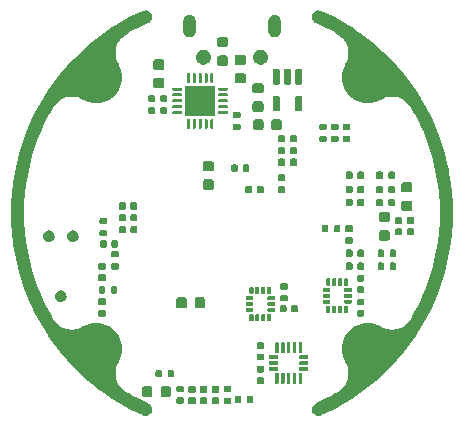
<source format=gbr>
%TF.GenerationSoftware,KiCad,Pcbnew,8.0.4*%
%TF.CreationDate,2024-12-05T11:14:02-05:00*%
%TF.ProjectId,IMpack,494d7061-636b-42e6-9b69-6361645f7063,rev?*%
%TF.SameCoordinates,Original*%
%TF.FileFunction,Soldermask,Bot*%
%TF.FilePolarity,Negative*%
%FSLAX46Y46*%
G04 Gerber Fmt 4.6, Leading zero omitted, Abs format (unit mm)*
G04 Created by KiCad (PCBNEW 8.0.4) date 2024-12-05 11:14:02*
%MOMM*%
%LPD*%
G01*
G04 APERTURE LIST*
G04 APERTURE END LIST*
G36*
X92664929Y-82830887D02*
G01*
X92664944Y-82830887D01*
X92793354Y-82839736D01*
X92793365Y-82839738D01*
X92795772Y-82839904D01*
X92796956Y-82840131D01*
X92799254Y-82840868D01*
X92799257Y-82840869D01*
X92921832Y-82880197D01*
X92924135Y-82880936D01*
X92925229Y-82881440D01*
X92927282Y-82882704D01*
X92927289Y-82882708D01*
X93036888Y-82950225D01*
X93036891Y-82950227D01*
X93038947Y-82951494D01*
X93039890Y-82952245D01*
X93133538Y-83047479D01*
X93134273Y-83048434D01*
X93135507Y-83050515D01*
X93135508Y-83050516D01*
X93136265Y-83051792D01*
X93202409Y-83163311D01*
X93202895Y-83164415D01*
X93241560Y-83292261D01*
X93241767Y-83293448D01*
X93248712Y-83426832D01*
X93248629Y-83428035D01*
X93223452Y-83559204D01*
X93223084Y-83560351D01*
X93167247Y-83681684D01*
X93166615Y-83682711D01*
X93083364Y-83787156D01*
X93082504Y-83788001D01*
X92976677Y-83869487D01*
X92975641Y-83870102D01*
X92914601Y-83896959D01*
X92177997Y-84241617D01*
X92177169Y-84242028D01*
X91457762Y-84620125D01*
X91456955Y-84620573D01*
X91221523Y-84758563D01*
X91009292Y-84882953D01*
X91008128Y-84883691D01*
X90855245Y-84988077D01*
X90853183Y-84989692D01*
X90675445Y-85148746D01*
X90673612Y-85150617D01*
X90622546Y-85210038D01*
X90518161Y-85331502D01*
X90518157Y-85331506D01*
X90516592Y-85333587D01*
X90386075Y-85533227D01*
X90384789Y-85535507D01*
X90281446Y-85750473D01*
X90280473Y-85752888D01*
X90206067Y-85979522D01*
X90205418Y-85982050D01*
X90161236Y-86216428D01*
X90160920Y-86219028D01*
X90147708Y-86457174D01*
X90147733Y-86459788D01*
X90165719Y-86697626D01*
X90166083Y-86700200D01*
X90202196Y-86872692D01*
X90214961Y-86933664D01*
X90215664Y-86936187D01*
X90294592Y-87161262D01*
X90295618Y-87163671D01*
X90403620Y-87377253D01*
X90404233Y-87378375D01*
X90437801Y-87435191D01*
X90438284Y-87436295D01*
X90438978Y-87438604D01*
X90438981Y-87438611D01*
X90461564Y-87513752D01*
X90462403Y-87515883D01*
X90532535Y-87658096D01*
X90625037Y-87930598D01*
X90681179Y-88212842D01*
X90700000Y-88500000D01*
X90681179Y-88787158D01*
X90625037Y-89069402D01*
X90532535Y-89341904D01*
X90405256Y-89600000D01*
X90245377Y-89839275D01*
X90055635Y-90055635D01*
X89839275Y-90245377D01*
X89600000Y-90405256D01*
X89341904Y-90532535D01*
X89069402Y-90625037D01*
X88787158Y-90681179D01*
X88500000Y-90700000D01*
X88212842Y-90681179D01*
X87930598Y-90625037D01*
X87658096Y-90532535D01*
X87475416Y-90442447D01*
X87473283Y-90441607D01*
X87444602Y-90432987D01*
X87444600Y-90432986D01*
X87442287Y-90432291D01*
X87441183Y-90431808D01*
X87439103Y-90430579D01*
X87439098Y-90430577D01*
X87410839Y-90413880D01*
X87384379Y-90398247D01*
X87383257Y-90397634D01*
X87213292Y-90311688D01*
X87169663Y-90289626D01*
X87167256Y-90288601D01*
X86942180Y-90209673D01*
X86939657Y-90208970D01*
X86915005Y-90203809D01*
X86706194Y-90160094D01*
X86703622Y-90159730D01*
X86465783Y-90141744D01*
X86463169Y-90141719D01*
X86225024Y-90154931D01*
X86222424Y-90155247D01*
X85988048Y-90199429D01*
X85985522Y-90200078D01*
X85758889Y-90274485D01*
X85756469Y-90275460D01*
X85541509Y-90378800D01*
X85539233Y-90380083D01*
X85339587Y-90510606D01*
X85337503Y-90512174D01*
X85160610Y-90664196D01*
X85156617Y-90667627D01*
X85154747Y-90669460D01*
X84995695Y-90847197D01*
X84994080Y-90849259D01*
X84873152Y-91026370D01*
X84872437Y-91027496D01*
X84815061Y-91124999D01*
X84635505Y-91430130D01*
X84635055Y-91430938D01*
X84429150Y-91821057D01*
X84255701Y-92149684D01*
X84255311Y-92150464D01*
X84208527Y-92250000D01*
X83909587Y-92886002D01*
X83909213Y-92886848D01*
X83870580Y-92980000D01*
X83597864Y-93637581D01*
X83597548Y-93638400D01*
X83321255Y-94402693D01*
X83320961Y-94403570D01*
X83080302Y-95179815D01*
X83080049Y-95180705D01*
X82875535Y-95967248D01*
X82875324Y-95968143D01*
X82863541Y-96023938D01*
X82707396Y-96763298D01*
X82707230Y-96764178D01*
X82625573Y-97264196D01*
X82576240Y-97566283D01*
X82576112Y-97567199D01*
X82482350Y-98374479D01*
X82482264Y-98375400D01*
X82426862Y-99172692D01*
X82425927Y-99186138D01*
X82425886Y-99187016D01*
X82414260Y-99689661D01*
X82407093Y-99999537D01*
X82407093Y-100000463D01*
X82409164Y-100090000D01*
X82425886Y-100812982D01*
X82425926Y-100813846D01*
X82472290Y-101481063D01*
X82482264Y-101624599D01*
X82482350Y-101625520D01*
X82576112Y-102432800D01*
X82576240Y-102433716D01*
X82707230Y-103235820D01*
X82707396Y-103236701D01*
X82875323Y-104031851D01*
X82875535Y-104032751D01*
X83080049Y-104819294D01*
X83080302Y-104820184D01*
X83320961Y-105596429D01*
X83321255Y-105597306D01*
X83597548Y-106361599D01*
X83597864Y-106362417D01*
X83792771Y-106832383D01*
X83909213Y-107113151D01*
X83909587Y-107113997D01*
X84106241Y-107532384D01*
X84255311Y-107849534D01*
X84255701Y-107850314D01*
X84396162Y-108116441D01*
X84635055Y-108569061D01*
X84635505Y-108569869D01*
X84723259Y-108718995D01*
X84872431Y-108972494D01*
X84872542Y-108972682D01*
X84873262Y-108973817D01*
X84994068Y-109150748D01*
X84995683Y-109152810D01*
X85154737Y-109330549D01*
X85156608Y-109332382D01*
X85337495Y-109487836D01*
X85339579Y-109489403D01*
X85539226Y-109619927D01*
X85541502Y-109621211D01*
X85756464Y-109724552D01*
X85758884Y-109725526D01*
X85985519Y-109799933D01*
X85988045Y-109800583D01*
X86222422Y-109844766D01*
X86225022Y-109845082D01*
X86463169Y-109858294D01*
X86465783Y-109858268D01*
X86703625Y-109840282D01*
X86706197Y-109839918D01*
X86939660Y-109791043D01*
X86942184Y-109790340D01*
X87167262Y-109711411D01*
X87169671Y-109710385D01*
X87383265Y-109602377D01*
X87384397Y-109601757D01*
X87439111Y-109569432D01*
X87439116Y-109569429D01*
X87441191Y-109568204D01*
X87442295Y-109567721D01*
X87444597Y-109567028D01*
X87444609Y-109567024D01*
X87473211Y-109558427D01*
X87475355Y-109557582D01*
X87658096Y-109467465D01*
X87930598Y-109374963D01*
X88212842Y-109318821D01*
X88500000Y-109300000D01*
X88787158Y-109318821D01*
X89069402Y-109374963D01*
X89341904Y-109467465D01*
X89600000Y-109594744D01*
X89839275Y-109754623D01*
X90055635Y-109944365D01*
X90245377Y-110160725D01*
X90405256Y-110400000D01*
X90532535Y-110658096D01*
X90625037Y-110930598D01*
X90681179Y-111212842D01*
X90700000Y-111500000D01*
X90681179Y-111787158D01*
X90625037Y-112069402D01*
X90532535Y-112341904D01*
X90462394Y-112484135D01*
X90461555Y-112486266D01*
X90438978Y-112561387D01*
X90438976Y-112561391D01*
X90438281Y-112563704D01*
X90437798Y-112564808D01*
X90404253Y-112621584D01*
X90403624Y-112622733D01*
X90295616Y-112836326D01*
X90294590Y-112838735D01*
X90215661Y-113063811D01*
X90214958Y-113066334D01*
X90166080Y-113299797D01*
X90165716Y-113302369D01*
X90148395Y-113531434D01*
X90147731Y-113540206D01*
X90147705Y-113542824D01*
X90160917Y-113780971D01*
X90161233Y-113783571D01*
X90205415Y-114017949D01*
X90206064Y-114020476D01*
X90280470Y-114247110D01*
X90281443Y-114249526D01*
X90384784Y-114464489D01*
X90386067Y-114466764D01*
X90516590Y-114666412D01*
X90518155Y-114668493D01*
X90673608Y-114849382D01*
X90673610Y-114849384D01*
X90675439Y-114851251D01*
X90713204Y-114885046D01*
X90853181Y-115010308D01*
X90855243Y-115011923D01*
X91008094Y-115116288D01*
X91009253Y-115117022D01*
X91410687Y-115352307D01*
X91456953Y-115379424D01*
X91457762Y-115379874D01*
X92177169Y-115757971D01*
X92177997Y-115758382D01*
X92914601Y-116103039D01*
X92975641Y-116129898D01*
X92976677Y-116130513D01*
X92989594Y-116140459D01*
X93040946Y-116180000D01*
X93082504Y-116211999D01*
X93083364Y-116212844D01*
X93084872Y-116214736D01*
X93084875Y-116214739D01*
X93124989Y-116265066D01*
X93166615Y-116317289D01*
X93167247Y-116318316D01*
X93223084Y-116439649D01*
X93223452Y-116440796D01*
X93248629Y-116571965D01*
X93248712Y-116573168D01*
X93241767Y-116706552D01*
X93241560Y-116707739D01*
X93202895Y-116835585D01*
X93202409Y-116836689D01*
X93134273Y-116951566D01*
X93133538Y-116952521D01*
X93039890Y-117047755D01*
X93038947Y-117048506D01*
X92925229Y-117118560D01*
X92924135Y-117119064D01*
X92796956Y-117159869D01*
X92795772Y-117160096D01*
X92793357Y-117160262D01*
X92793354Y-117160263D01*
X92664944Y-117169112D01*
X92664937Y-117169111D01*
X92662524Y-117169278D01*
X92661320Y-117169215D01*
X92529746Y-117146243D01*
X92528592Y-117145895D01*
X92467465Y-117118998D01*
X92467462Y-117118995D01*
X92451828Y-117112114D01*
X92451828Y-117112115D01*
X92079831Y-116948403D01*
X92079797Y-116948387D01*
X92079390Y-116948208D01*
X92079185Y-116948113D01*
X91319290Y-116571756D01*
X91319089Y-116571650D01*
X91318682Y-116571425D01*
X91318665Y-116571416D01*
X90577449Y-116161466D01*
X90577415Y-116161446D01*
X90577035Y-116161236D01*
X90576839Y-116161122D01*
X89854150Y-115717492D01*
X89853960Y-115717369D01*
X89853601Y-115717125D01*
X89853580Y-115717112D01*
X89152509Y-115241698D01*
X89152124Y-115241437D01*
X89151939Y-115241306D01*
X88522490Y-114771442D01*
X88472785Y-114734339D01*
X88472781Y-114734336D01*
X88472398Y-114734050D01*
X88472220Y-114733910D01*
X88471871Y-114733624D01*
X88471848Y-114733606D01*
X87816728Y-114196666D01*
X87816692Y-114196635D01*
X87816371Y-114196372D01*
X87816198Y-114196224D01*
X87185388Y-113629510D01*
X87185223Y-113629355D01*
X86580751Y-113034630D01*
X86580593Y-113034468D01*
X86003700Y-112412954D01*
X86003550Y-112412784D01*
X86003286Y-112412472D01*
X86003275Y-112412460D01*
X85455698Y-111766085D01*
X85455694Y-111766080D01*
X85455422Y-111765759D01*
X85455279Y-111765583D01*
X84937044Y-111094377D01*
X84936910Y-111094194D01*
X84851042Y-110971897D01*
X84619458Y-110642062D01*
X84449632Y-110400187D01*
X84449506Y-110399999D01*
X84395487Y-110315126D01*
X83994430Y-109684999D01*
X83994420Y-109684983D01*
X83994188Y-109684618D01*
X83994071Y-109684424D01*
X83993861Y-109684058D01*
X83993848Y-109684037D01*
X83571880Y-108949544D01*
X83571868Y-108949522D01*
X83571648Y-108949139D01*
X83571539Y-108948940D01*
X83182880Y-108195263D01*
X83182781Y-108195059D01*
X83146651Y-108116441D01*
X82828874Y-107424950D01*
X82828685Y-107424539D01*
X82828595Y-107424331D01*
X82828438Y-107423944D01*
X82828428Y-107423921D01*
X82509952Y-106638955D01*
X82509944Y-106638935D01*
X82509789Y-106638552D01*
X82509708Y-106638340D01*
X82509563Y-106637932D01*
X82509553Y-106637904D01*
X82227003Y-105839353D01*
X82226849Y-105838918D01*
X82226779Y-105838702D01*
X82226662Y-105838319D01*
X82226641Y-105838253D01*
X81980584Y-105027736D01*
X81980567Y-105027676D01*
X81980447Y-105027280D01*
X81980386Y-105027062D01*
X81980285Y-105026669D01*
X81980275Y-105026630D01*
X81771199Y-104205746D01*
X81771193Y-104205723D01*
X81771088Y-104205308D01*
X81771037Y-104205087D01*
X81767972Y-104190276D01*
X81599292Y-103375120D01*
X81599284Y-103375079D01*
X81599204Y-103374690D01*
X81599163Y-103374467D01*
X81577113Y-103236701D01*
X81465221Y-102537604D01*
X81465214Y-102537558D01*
X81465147Y-102537135D01*
X81465116Y-102536911D01*
X81455250Y-102450259D01*
X81369244Y-101694813D01*
X81369243Y-101694812D01*
X81369193Y-101694365D01*
X81369173Y-101694139D01*
X81366166Y-101650000D01*
X81311568Y-100848531D01*
X81311566Y-100848504D01*
X81311540Y-100848111D01*
X81311529Y-100847884D01*
X81292305Y-100000113D01*
X81292305Y-99999887D01*
X81311529Y-99152116D01*
X81311540Y-99151889D01*
X81311566Y-99151497D01*
X81311568Y-99151468D01*
X81369144Y-98306283D01*
X81369144Y-98306272D01*
X81369173Y-98305861D01*
X81369193Y-98305635D01*
X81372059Y-98280459D01*
X81465062Y-97463558D01*
X81465065Y-97463531D01*
X81465116Y-97463089D01*
X81465147Y-97462865D01*
X81465213Y-97462447D01*
X81465221Y-97462395D01*
X81599092Y-96625975D01*
X81599094Y-96625963D01*
X81599163Y-96625533D01*
X81599204Y-96625310D01*
X81599283Y-96624927D01*
X81599292Y-96624879D01*
X81770943Y-95795365D01*
X81770947Y-95795344D01*
X81771037Y-95794913D01*
X81771088Y-95794692D01*
X81771191Y-95794286D01*
X81771199Y-95794253D01*
X81980275Y-94973369D01*
X81980288Y-94973319D01*
X81980386Y-94972938D01*
X81980447Y-94972720D01*
X81980563Y-94972334D01*
X81980584Y-94972263D01*
X82226641Y-94161746D01*
X82226666Y-94161667D01*
X82226779Y-94161298D01*
X82226849Y-94161082D01*
X82276768Y-94019999D01*
X82509553Y-93362095D01*
X82509568Y-93362052D01*
X82509708Y-93361660D01*
X82509789Y-93361448D01*
X82509938Y-93361078D01*
X82509952Y-93361044D01*
X82828428Y-92576078D01*
X82828444Y-92576039D01*
X82828595Y-92575669D01*
X82828685Y-92575461D01*
X82852638Y-92523338D01*
X83182588Y-91805359D01*
X83182603Y-91805327D01*
X83182781Y-91804941D01*
X83182880Y-91804737D01*
X83571539Y-91051060D01*
X83571648Y-91050861D01*
X83571857Y-91050495D01*
X83571880Y-91050455D01*
X83993848Y-90315962D01*
X83993872Y-90315921D01*
X83994071Y-90315576D01*
X83994188Y-90315382D01*
X83994408Y-90315035D01*
X83994430Y-90315000D01*
X84449258Y-89600389D01*
X84449279Y-89600356D01*
X84449506Y-89600001D01*
X84449632Y-89599813D01*
X84449875Y-89599466D01*
X84449887Y-89599449D01*
X84936662Y-88906158D01*
X84936680Y-88906133D01*
X84936910Y-88905806D01*
X84937044Y-88905623D01*
X84967204Y-88866560D01*
X85455012Y-88234762D01*
X85455025Y-88234744D01*
X85455279Y-88234417D01*
X85455422Y-88234241D01*
X85455676Y-88233940D01*
X85455698Y-88233914D01*
X86003275Y-87587539D01*
X86003305Y-87587505D01*
X86003550Y-87587216D01*
X86003700Y-87587046D01*
X86023796Y-87565396D01*
X86316548Y-87250000D01*
X86580593Y-86965532D01*
X86580751Y-86965370D01*
X87185223Y-86370645D01*
X87185388Y-86370490D01*
X87187080Y-86368970D01*
X87815855Y-85804083D01*
X87815884Y-85804057D01*
X87816198Y-85803776D01*
X87816371Y-85803628D01*
X87816667Y-85803385D01*
X87816728Y-85803333D01*
X88471848Y-85266393D01*
X88471898Y-85266353D01*
X88472220Y-85266090D01*
X88472398Y-85265950D01*
X88472753Y-85265684D01*
X88472785Y-85265660D01*
X89151565Y-84758973D01*
X89151570Y-84758969D01*
X89151939Y-84758694D01*
X89152124Y-84758563D01*
X89152481Y-84758320D01*
X89152509Y-84758301D01*
X89853580Y-84282887D01*
X89853632Y-84282853D01*
X89853960Y-84282631D01*
X89854150Y-84282508D01*
X89854487Y-84282300D01*
X89854512Y-84282285D01*
X90576467Y-83839106D01*
X90576478Y-83839099D01*
X90576839Y-83838878D01*
X90577035Y-83838764D01*
X90577382Y-83838571D01*
X90577449Y-83838533D01*
X91318665Y-83428583D01*
X91318714Y-83428556D01*
X91319089Y-83428350D01*
X91319290Y-83428244D01*
X92079185Y-83051887D01*
X92079390Y-83051792D01*
X92079761Y-83051628D01*
X92079831Y-83051596D01*
X92467460Y-82881005D01*
X92467465Y-82881002D01*
X92467926Y-82880798D01*
X92467934Y-82880795D01*
X92526374Y-82855080D01*
X92526380Y-82855077D01*
X92528592Y-82854105D01*
X92529746Y-82853757D01*
X92532127Y-82853341D01*
X92532128Y-82853341D01*
X92658937Y-82831201D01*
X92658937Y-82831200D01*
X92661320Y-82830785D01*
X92662524Y-82830722D01*
X92664929Y-82830887D01*
G37*
G36*
X107338680Y-82830785D02*
G01*
X107470254Y-82853757D01*
X107471408Y-82854105D01*
X107473621Y-82855078D01*
X107473625Y-82855080D01*
X107504185Y-82868527D01*
X107532535Y-82881002D01*
X107532537Y-82881004D01*
X107532936Y-82881179D01*
X107532978Y-82881197D01*
X107920168Y-83051596D01*
X107920221Y-83051620D01*
X107920610Y-83051792D01*
X107920815Y-83051887D01*
X108680710Y-83428244D01*
X108680911Y-83428350D01*
X108681301Y-83428566D01*
X108681334Y-83428583D01*
X109422550Y-83838533D01*
X109422598Y-83838561D01*
X109422965Y-83838764D01*
X109423161Y-83838878D01*
X110145850Y-84282508D01*
X110146040Y-84282631D01*
X110146387Y-84282866D01*
X110146419Y-84282887D01*
X110702282Y-84659832D01*
X110847876Y-84758563D01*
X110848061Y-84758694D01*
X111157514Y-84989691D01*
X111453099Y-85210336D01*
X111527602Y-85265950D01*
X111527780Y-85266090D01*
X111528122Y-85266370D01*
X111528151Y-85266393D01*
X112183271Y-85803333D01*
X112183311Y-85803367D01*
X112183629Y-85803628D01*
X112183802Y-85803776D01*
X112184137Y-85804077D01*
X112184144Y-85804083D01*
X112196253Y-85814962D01*
X112814612Y-86370490D01*
X112814777Y-86370645D01*
X113419249Y-86965370D01*
X113419407Y-86965532D01*
X113996300Y-87587046D01*
X113996450Y-87587216D01*
X113996715Y-87587529D01*
X113996724Y-87587539D01*
X114529499Y-88216441D01*
X114544578Y-88234241D01*
X114544721Y-88234417D01*
X115062956Y-88905623D01*
X115063090Y-88905806D01*
X115550368Y-89599813D01*
X115550494Y-89600001D01*
X115550739Y-89600387D01*
X115550741Y-89600389D01*
X115989411Y-90289614D01*
X116005812Y-90315382D01*
X116005929Y-90315576D01*
X116006146Y-90315954D01*
X116006151Y-90315962D01*
X116410676Y-91020094D01*
X116428352Y-91050861D01*
X116428461Y-91051060D01*
X116817120Y-91804737D01*
X116817219Y-91804941D01*
X117171315Y-92575461D01*
X117171405Y-92575669D01*
X117171570Y-92576075D01*
X117171571Y-92576078D01*
X117275055Y-92831140D01*
X117490211Y-93361448D01*
X117490292Y-93361660D01*
X117773151Y-94161082D01*
X117773221Y-94161298D01*
X117773345Y-94161706D01*
X117773358Y-94161746D01*
X118019415Y-94972263D01*
X118019423Y-94972293D01*
X118019553Y-94972720D01*
X118019614Y-94972938D01*
X118019721Y-94973359D01*
X118019724Y-94973369D01*
X118028799Y-95009000D01*
X118228912Y-95794692D01*
X118228963Y-95794913D01*
X118340889Y-96335803D01*
X118366148Y-96457873D01*
X118400796Y-96625310D01*
X118400837Y-96625533D01*
X118534853Y-97462865D01*
X118534884Y-97463089D01*
X118630807Y-98305635D01*
X118630827Y-98305861D01*
X118688460Y-99151889D01*
X118688471Y-99152116D01*
X118707695Y-99999887D01*
X118707695Y-100000113D01*
X118688471Y-100847884D01*
X118688460Y-100848111D01*
X118630827Y-101694139D01*
X118630807Y-101694365D01*
X118534884Y-102536911D01*
X118534853Y-102537135D01*
X118400837Y-103374467D01*
X118400796Y-103374690D01*
X118228963Y-104205087D01*
X118228912Y-104205308D01*
X118019614Y-105027062D01*
X118019553Y-105027280D01*
X118019419Y-105027718D01*
X118019415Y-105027736D01*
X117773358Y-105838253D01*
X117773349Y-105838280D01*
X117773221Y-105838702D01*
X117773151Y-105838918D01*
X117490292Y-106638340D01*
X117490211Y-106638552D01*
X117171405Y-107424331D01*
X117171315Y-107424539D01*
X116817219Y-108195059D01*
X116817120Y-108195263D01*
X116428461Y-108948940D01*
X116428352Y-108949139D01*
X116005929Y-109684424D01*
X116005812Y-109684618D01*
X115550494Y-110399999D01*
X115550368Y-110400187D01*
X115063090Y-111094194D01*
X115062956Y-111094377D01*
X114544721Y-111765583D01*
X114544578Y-111765759D01*
X113996450Y-112412784D01*
X113996300Y-112412954D01*
X113419407Y-113034468D01*
X113419249Y-113034630D01*
X112814777Y-113629355D01*
X112814612Y-113629510D01*
X112183802Y-114196224D01*
X112183629Y-114196372D01*
X112183285Y-114196653D01*
X112183271Y-114196666D01*
X111607595Y-114668493D01*
X111527780Y-114733910D01*
X111527602Y-114734050D01*
X110848061Y-115241306D01*
X110847876Y-115241437D01*
X110146040Y-115717369D01*
X110145850Y-115717492D01*
X109423161Y-116161122D01*
X109422965Y-116161236D01*
X109422565Y-116161456D01*
X109422550Y-116161466D01*
X109138955Y-116318316D01*
X108680911Y-116571650D01*
X108680710Y-116571756D01*
X107920815Y-116948113D01*
X107920610Y-116948208D01*
X107920185Y-116948394D01*
X107920168Y-116948403D01*
X107537209Y-117116940D01*
X107537202Y-117116941D01*
X107532540Y-117118993D01*
X107532535Y-117118998D01*
X107471408Y-117145895D01*
X107470254Y-117146243D01*
X107338680Y-117169215D01*
X107337476Y-117169278D01*
X107335061Y-117169111D01*
X107335055Y-117169112D01*
X107206645Y-117160263D01*
X107206641Y-117160262D01*
X107204228Y-117160096D01*
X107203044Y-117159869D01*
X107075865Y-117119064D01*
X107074771Y-117118560D01*
X107072714Y-117117292D01*
X107072710Y-117117291D01*
X106963111Y-117049774D01*
X106963109Y-117049773D01*
X106961053Y-117048506D01*
X106960110Y-117047755D01*
X106866462Y-116952521D01*
X106865727Y-116951566D01*
X106864493Y-116949485D01*
X106864491Y-116949483D01*
X106798823Y-116838766D01*
X106797591Y-116836689D01*
X106797105Y-116835585D01*
X106796405Y-116833273D01*
X106796404Y-116833269D01*
X106759141Y-116710059D01*
X106759140Y-116710053D01*
X106758440Y-116707739D01*
X106758233Y-116706552D01*
X106758107Y-116704135D01*
X106751413Y-116575581D01*
X106751413Y-116575575D01*
X106751288Y-116573168D01*
X106751371Y-116571965D01*
X106776548Y-116440796D01*
X106776916Y-116439649D01*
X106777924Y-116437456D01*
X106777927Y-116437450D01*
X106831742Y-116320511D01*
X106831745Y-116320505D01*
X106832753Y-116318316D01*
X106833385Y-116317289D01*
X106834895Y-116315394D01*
X106915124Y-116214739D01*
X106915131Y-116214732D01*
X106916636Y-116212844D01*
X106917496Y-116211999D01*
X106919408Y-116210526D01*
X106919414Y-116210521D01*
X107021399Y-116131994D01*
X107021401Y-116131992D01*
X107023323Y-116130513D01*
X107024359Y-116129898D01*
X107026579Y-116128921D01*
X107026581Y-116128920D01*
X107071852Y-116109000D01*
X107085397Y-116103039D01*
X107822002Y-115758382D01*
X107822830Y-115757971D01*
X108542237Y-115379874D01*
X108543046Y-115379424D01*
X108589312Y-115352307D01*
X108990711Y-115117042D01*
X108991871Y-115116308D01*
X109144754Y-115011922D01*
X109146816Y-115010307D01*
X109324554Y-114851253D01*
X109326387Y-114849382D01*
X109425884Y-114733606D01*
X109481844Y-114668489D01*
X109483412Y-114666404D01*
X109613926Y-114466767D01*
X109615210Y-114464492D01*
X109718553Y-114249526D01*
X109719525Y-114247110D01*
X109793931Y-114020476D01*
X109794581Y-114017949D01*
X109838763Y-113783571D01*
X109839079Y-113780971D01*
X109852291Y-113542825D01*
X109852265Y-113540207D01*
X109851601Y-113531434D01*
X109834279Y-113302370D01*
X109833915Y-113299798D01*
X109785038Y-113066334D01*
X109784335Y-113063812D01*
X109705407Y-112838737D01*
X109704381Y-112836328D01*
X109596379Y-112622746D01*
X109595765Y-112621623D01*
X109562199Y-112564809D01*
X109561716Y-112563705D01*
X109561023Y-112561399D01*
X109561018Y-112561388D01*
X109538436Y-112486248D01*
X109537596Y-112484116D01*
X109467465Y-112341904D01*
X109374963Y-112069402D01*
X109318821Y-111787158D01*
X109300000Y-111500000D01*
X109318821Y-111212842D01*
X109374963Y-110930598D01*
X109467465Y-110658096D01*
X109594744Y-110400000D01*
X109754623Y-110160725D01*
X109944365Y-109944365D01*
X110160725Y-109754623D01*
X110400000Y-109594744D01*
X110658096Y-109467465D01*
X110930598Y-109374963D01*
X111212842Y-109318821D01*
X111500000Y-109300000D01*
X111787158Y-109318821D01*
X112069402Y-109374963D01*
X112341904Y-109467465D01*
X112524579Y-109557550D01*
X112526715Y-109558392D01*
X112555397Y-109567011D01*
X112555410Y-109567017D01*
X112557713Y-109567709D01*
X112558817Y-109568192D01*
X112615619Y-109601751D01*
X112616742Y-109602365D01*
X112654011Y-109621211D01*
X112788411Y-109689173D01*
X112830334Y-109710372D01*
X112832743Y-109711398D01*
X113057819Y-109790326D01*
X113060342Y-109791029D01*
X113293804Y-109839904D01*
X113296376Y-109840268D01*
X113534215Y-109858254D01*
X113536830Y-109858280D01*
X113774975Y-109845068D01*
X113777575Y-109844752D01*
X114011951Y-109800570D01*
X114014476Y-109799920D01*
X114241109Y-109725513D01*
X114243530Y-109724539D01*
X114458490Y-109621199D01*
X114460765Y-109619915D01*
X114660411Y-109489392D01*
X114662496Y-109487825D01*
X114843382Y-109332372D01*
X114845252Y-109330539D01*
X115004304Y-109152802D01*
X115005919Y-109150740D01*
X115126847Y-108973629D01*
X115127567Y-108972494D01*
X115141676Y-108948518D01*
X115240842Y-108779999D01*
X115364494Y-108569869D01*
X115364944Y-108569061D01*
X115603837Y-108116441D01*
X115744297Y-107850314D01*
X115744687Y-107849534D01*
X115893758Y-107532384D01*
X116090412Y-107113997D01*
X116090786Y-107113151D01*
X116207228Y-106832383D01*
X116402134Y-106362417D01*
X116402451Y-106361599D01*
X116678744Y-105597306D01*
X116679038Y-105596429D01*
X116919697Y-104820184D01*
X116919950Y-104819294D01*
X117124464Y-104032751D01*
X117124676Y-104031851D01*
X117292603Y-103236701D01*
X117292768Y-103235820D01*
X117423759Y-102433716D01*
X117423887Y-102432800D01*
X117517649Y-101625520D01*
X117517735Y-101624599D01*
X117527709Y-101481063D01*
X117574072Y-100813846D01*
X117574112Y-100812982D01*
X117590835Y-100090000D01*
X117592906Y-100000463D01*
X117592906Y-99999537D01*
X117585739Y-99689661D01*
X117574112Y-99187016D01*
X117574072Y-99186138D01*
X117573137Y-99172692D01*
X117517735Y-98375400D01*
X117517649Y-98374479D01*
X117423887Y-97567199D01*
X117423759Y-97566283D01*
X117374426Y-97264196D01*
X117292768Y-96764178D01*
X117292603Y-96763298D01*
X117136458Y-96023938D01*
X117124674Y-95968143D01*
X117124464Y-95967248D01*
X116919950Y-95180705D01*
X116919697Y-95179815D01*
X116679038Y-94403570D01*
X116678744Y-94402693D01*
X116402451Y-93638400D01*
X116402134Y-93637581D01*
X116129419Y-92980000D01*
X116090786Y-92886848D01*
X116090412Y-92886002D01*
X115791472Y-92250000D01*
X115744687Y-92150464D01*
X115744297Y-92149684D01*
X115570849Y-91821057D01*
X115364944Y-91430938D01*
X115364494Y-91430130D01*
X115181374Y-91118942D01*
X115127451Y-91027308D01*
X115126737Y-91026182D01*
X115005931Y-90849251D01*
X115004316Y-90847189D01*
X114845262Y-90669450D01*
X114843391Y-90667617D01*
X114662504Y-90512163D01*
X114660419Y-90510595D01*
X114460772Y-90380071D01*
X114458497Y-90378788D01*
X114243535Y-90275447D01*
X114241114Y-90274472D01*
X114014479Y-90200065D01*
X114011954Y-90199416D01*
X113777577Y-90155233D01*
X113774977Y-90154917D01*
X113536830Y-90141705D01*
X113534215Y-90141730D01*
X113296373Y-90159716D01*
X113293801Y-90160080D01*
X113084923Y-90203809D01*
X113060338Y-90208956D01*
X113057815Y-90209659D01*
X112832737Y-90288588D01*
X112830329Y-90289613D01*
X112788378Y-90310827D01*
X112616750Y-90397614D01*
X112615619Y-90398232D01*
X112558809Y-90431796D01*
X112557705Y-90432279D01*
X112526788Y-90441570D01*
X112524669Y-90442404D01*
X112341904Y-90532535D01*
X112069402Y-90625037D01*
X111787158Y-90681179D01*
X111500000Y-90700000D01*
X111212842Y-90681179D01*
X110930598Y-90625037D01*
X110658096Y-90532535D01*
X110400000Y-90405256D01*
X110160725Y-90245377D01*
X109944365Y-90055635D01*
X109754623Y-89839275D01*
X109594744Y-89600000D01*
X109467465Y-89341904D01*
X109374963Y-89069402D01*
X109318821Y-88787158D01*
X109300000Y-88500000D01*
X109318821Y-88212842D01*
X109374963Y-87930598D01*
X109467465Y-87658096D01*
X109537602Y-87515870D01*
X109538444Y-87513735D01*
X109561021Y-87438612D01*
X109561027Y-87438598D01*
X109561719Y-87436296D01*
X109562202Y-87435192D01*
X109595754Y-87378400D01*
X109596375Y-87377266D01*
X109704383Y-87163673D01*
X109705409Y-87161264D01*
X109784338Y-86936188D01*
X109785041Y-86933665D01*
X109787749Y-86920729D01*
X109833918Y-86700201D01*
X109834283Y-86697627D01*
X109834283Y-86697626D01*
X109852268Y-86459789D01*
X109852294Y-86457175D01*
X109839082Y-86219028D01*
X109838766Y-86216428D01*
X109794584Y-85982050D01*
X109793934Y-85979522D01*
X109719528Y-85752888D01*
X109718556Y-85750473D01*
X109615215Y-85535510D01*
X109613929Y-85533229D01*
X109483408Y-85333586D01*
X109481841Y-85331502D01*
X109377456Y-85210038D01*
X109326386Y-85150612D01*
X109324558Y-85148746D01*
X109252515Y-85084276D01*
X109146818Y-84989691D01*
X109144756Y-84988076D01*
X108991905Y-84883711D01*
X108990741Y-84882973D01*
X108990706Y-84882953D01*
X108543043Y-84620573D01*
X108542237Y-84620125D01*
X107822830Y-84242028D01*
X107822002Y-84241617D01*
X107085397Y-83896959D01*
X107024359Y-83870102D01*
X107023323Y-83869487D01*
X106917496Y-83788001D01*
X106916636Y-83787156D01*
X106915127Y-83785263D01*
X106915124Y-83785260D01*
X106834895Y-83684605D01*
X106833385Y-83682711D01*
X106832753Y-83681684D01*
X106831742Y-83679488D01*
X106777927Y-83562549D01*
X106777925Y-83562545D01*
X106776916Y-83560351D01*
X106776548Y-83559204D01*
X106758646Y-83465941D01*
X106751826Y-83430406D01*
X106751825Y-83430405D01*
X106751371Y-83428035D01*
X106751288Y-83426832D01*
X106751413Y-83424423D01*
X106751413Y-83424418D01*
X106758107Y-83295864D01*
X106758107Y-83295862D01*
X106758233Y-83293448D01*
X106758440Y-83292261D01*
X106759139Y-83289947D01*
X106759141Y-83289940D01*
X106796404Y-83166730D01*
X106796406Y-83166723D01*
X106797105Y-83164415D01*
X106797591Y-83163311D01*
X106798821Y-83161236D01*
X106798823Y-83161233D01*
X106864491Y-83050516D01*
X106864495Y-83050509D01*
X106865727Y-83048434D01*
X106866462Y-83047479D01*
X106868156Y-83045755D01*
X106868161Y-83045750D01*
X106958413Y-82953970D01*
X106958416Y-82953967D01*
X106960110Y-82952245D01*
X106961053Y-82951494D01*
X106963104Y-82950230D01*
X106963111Y-82950225D01*
X107072710Y-82882708D01*
X107072720Y-82882703D01*
X107074771Y-82881440D01*
X107075865Y-82880936D01*
X107078164Y-82880198D01*
X107078167Y-82880197D01*
X107200742Y-82840869D01*
X107200746Y-82840868D01*
X107203044Y-82840131D01*
X107204228Y-82839904D01*
X107206633Y-82839738D01*
X107206645Y-82839736D01*
X107335055Y-82830887D01*
X107335070Y-82830887D01*
X107337476Y-82830722D01*
X107338680Y-82830785D01*
G37*
G36*
X96828946Y-115601228D02*
G01*
X96876798Y-115633202D01*
X96908772Y-115681054D01*
X96920000Y-115737500D01*
X96920000Y-116032500D01*
X96908772Y-116088946D01*
X96876798Y-116136798D01*
X96828946Y-116168772D01*
X96772500Y-116180000D01*
X96427500Y-116180000D01*
X96371054Y-116168772D01*
X96323202Y-116136798D01*
X96291228Y-116088946D01*
X96280000Y-116032500D01*
X96280000Y-115737500D01*
X96291228Y-115681054D01*
X96323202Y-115633202D01*
X96371054Y-115601228D01*
X96427500Y-115590000D01*
X96772500Y-115590000D01*
X96828946Y-115601228D01*
G37*
G36*
X97828946Y-115601228D02*
G01*
X97876798Y-115633202D01*
X97908772Y-115681054D01*
X97920000Y-115737500D01*
X97920000Y-116032500D01*
X97908772Y-116088946D01*
X97876798Y-116136798D01*
X97828946Y-116168772D01*
X97772500Y-116180000D01*
X97427500Y-116180000D01*
X97371054Y-116168772D01*
X97323202Y-116136798D01*
X97291228Y-116088946D01*
X97280000Y-116032500D01*
X97280000Y-115737500D01*
X97291228Y-115681054D01*
X97323202Y-115633202D01*
X97371054Y-115601228D01*
X97427500Y-115590000D01*
X97772500Y-115590000D01*
X97828946Y-115601228D01*
G37*
G36*
X98828946Y-115601228D02*
G01*
X98876798Y-115633202D01*
X98908772Y-115681054D01*
X98920000Y-115737500D01*
X98920000Y-116032500D01*
X98908772Y-116088946D01*
X98876798Y-116136798D01*
X98828946Y-116168772D01*
X98772500Y-116180000D01*
X98427500Y-116180000D01*
X98371054Y-116168772D01*
X98323202Y-116136798D01*
X98291228Y-116088946D01*
X98280000Y-116032500D01*
X98280000Y-115737500D01*
X98291228Y-115681054D01*
X98323202Y-115633202D01*
X98371054Y-115601228D01*
X98427500Y-115590000D01*
X98772500Y-115590000D01*
X98828946Y-115601228D01*
G37*
G36*
X99836662Y-115650276D02*
G01*
X99880459Y-115679541D01*
X99909724Y-115723338D01*
X99920000Y-115775000D01*
X99920000Y-116045000D01*
X99909724Y-116096662D01*
X99880459Y-116140459D01*
X99836662Y-116169724D01*
X99785000Y-116180000D01*
X99415000Y-116180000D01*
X99363338Y-116169724D01*
X99319541Y-116140459D01*
X99290276Y-116096662D01*
X99280000Y-116045000D01*
X99280000Y-115775000D01*
X99290276Y-115723338D01*
X99319541Y-115679541D01*
X99363338Y-115650276D01*
X99415000Y-115640000D01*
X99785000Y-115640000D01*
X99836662Y-115650276D01*
G37*
G36*
X95823576Y-115595657D02*
G01*
X95868995Y-115626005D01*
X95899343Y-115671424D01*
X95910000Y-115725000D01*
X95910000Y-116005000D01*
X95899343Y-116058576D01*
X95868995Y-116103995D01*
X95823576Y-116134343D01*
X95770000Y-116145000D01*
X95430000Y-116145000D01*
X95376424Y-116134343D01*
X95331005Y-116103995D01*
X95300657Y-116058576D01*
X95290000Y-116005000D01*
X95290000Y-115725000D01*
X95300657Y-115671424D01*
X95331005Y-115626005D01*
X95376424Y-115595657D01*
X95430000Y-115585000D01*
X95770000Y-115585000D01*
X95823576Y-115595657D01*
G37*
G36*
X100676662Y-115490276D02*
G01*
X100720459Y-115519541D01*
X100749724Y-115563338D01*
X100760000Y-115615000D01*
X100760000Y-115985000D01*
X100749724Y-116036662D01*
X100720459Y-116080459D01*
X100676662Y-116109724D01*
X100625000Y-116120000D01*
X100355000Y-116120000D01*
X100303338Y-116109724D01*
X100259541Y-116080459D01*
X100230276Y-116036662D01*
X100220000Y-115985000D01*
X100220000Y-115615000D01*
X100230276Y-115563338D01*
X100259541Y-115519541D01*
X100303338Y-115490276D01*
X100355000Y-115480000D01*
X100625000Y-115480000D01*
X100676662Y-115490276D01*
G37*
G36*
X101696662Y-115490276D02*
G01*
X101740459Y-115519541D01*
X101769724Y-115563338D01*
X101780000Y-115615000D01*
X101780000Y-115985000D01*
X101769724Y-116036662D01*
X101740459Y-116080459D01*
X101696662Y-116109724D01*
X101645000Y-116120000D01*
X101375000Y-116120000D01*
X101323338Y-116109724D01*
X101279541Y-116080459D01*
X101250276Y-116036662D01*
X101240000Y-115985000D01*
X101240000Y-115615000D01*
X101250276Y-115563338D01*
X101279541Y-115519541D01*
X101323338Y-115490276D01*
X101375000Y-115480000D01*
X101645000Y-115480000D01*
X101696662Y-115490276D01*
G37*
G36*
X93114962Y-114641651D02*
G01*
X93185930Y-114689070D01*
X93233349Y-114760038D01*
X93250000Y-114843750D01*
X93250000Y-115356250D01*
X93233349Y-115439962D01*
X93185930Y-115510930D01*
X93114962Y-115558349D01*
X93031250Y-115575000D01*
X92593750Y-115575000D01*
X92510038Y-115558349D01*
X92439070Y-115510930D01*
X92391651Y-115439962D01*
X92375000Y-115356250D01*
X92375000Y-114843750D01*
X92391651Y-114760038D01*
X92439070Y-114689070D01*
X92510038Y-114641651D01*
X92593750Y-114625000D01*
X93031250Y-114625000D01*
X93114962Y-114641651D01*
G37*
G36*
X94689962Y-114641651D02*
G01*
X94760930Y-114689070D01*
X94808349Y-114760038D01*
X94825000Y-114843750D01*
X94825000Y-115356250D01*
X94808349Y-115439962D01*
X94760930Y-115510930D01*
X94689962Y-115558349D01*
X94606250Y-115575000D01*
X94168750Y-115575000D01*
X94085038Y-115558349D01*
X94014070Y-115510930D01*
X93966651Y-115439962D01*
X93950000Y-115356250D01*
X93950000Y-114843750D01*
X93966651Y-114760038D01*
X94014070Y-114689070D01*
X94085038Y-114641651D01*
X94168750Y-114625000D01*
X94606250Y-114625000D01*
X94689962Y-114641651D01*
G37*
G36*
X96828946Y-114631228D02*
G01*
X96876798Y-114663202D01*
X96908772Y-114711054D01*
X96920000Y-114767500D01*
X96920000Y-115062500D01*
X96908772Y-115118946D01*
X96876798Y-115166798D01*
X96828946Y-115198772D01*
X96772500Y-115210000D01*
X96427500Y-115210000D01*
X96371054Y-115198772D01*
X96323202Y-115166798D01*
X96291228Y-115118946D01*
X96280000Y-115062500D01*
X96280000Y-114767500D01*
X96291228Y-114711054D01*
X96323202Y-114663202D01*
X96371054Y-114631228D01*
X96427500Y-114620000D01*
X96772500Y-114620000D01*
X96828946Y-114631228D01*
G37*
G36*
X97828946Y-114631228D02*
G01*
X97876798Y-114663202D01*
X97908772Y-114711054D01*
X97920000Y-114767500D01*
X97920000Y-115062500D01*
X97908772Y-115118946D01*
X97876798Y-115166798D01*
X97828946Y-115198772D01*
X97772500Y-115210000D01*
X97427500Y-115210000D01*
X97371054Y-115198772D01*
X97323202Y-115166798D01*
X97291228Y-115118946D01*
X97280000Y-115062500D01*
X97280000Y-114767500D01*
X97291228Y-114711054D01*
X97323202Y-114663202D01*
X97371054Y-114631228D01*
X97427500Y-114620000D01*
X97772500Y-114620000D01*
X97828946Y-114631228D01*
G37*
G36*
X98828946Y-114631228D02*
G01*
X98876798Y-114663202D01*
X98908772Y-114711054D01*
X98920000Y-114767500D01*
X98920000Y-115062500D01*
X98908772Y-115118946D01*
X98876798Y-115166798D01*
X98828946Y-115198772D01*
X98772500Y-115210000D01*
X98427500Y-115210000D01*
X98371054Y-115198772D01*
X98323202Y-115166798D01*
X98291228Y-115118946D01*
X98280000Y-115062500D01*
X98280000Y-114767500D01*
X98291228Y-114711054D01*
X98323202Y-114663202D01*
X98371054Y-114631228D01*
X98427500Y-114620000D01*
X98772500Y-114620000D01*
X98828946Y-114631228D01*
G37*
G36*
X95823576Y-114635657D02*
G01*
X95868995Y-114666005D01*
X95899343Y-114711424D01*
X95910000Y-114765000D01*
X95910000Y-115045000D01*
X95899343Y-115098576D01*
X95868995Y-115143995D01*
X95823576Y-115174343D01*
X95770000Y-115185000D01*
X95430000Y-115185000D01*
X95376424Y-115174343D01*
X95331005Y-115143995D01*
X95300657Y-115098576D01*
X95290000Y-115045000D01*
X95290000Y-114765000D01*
X95300657Y-114711424D01*
X95331005Y-114666005D01*
X95376424Y-114635657D01*
X95430000Y-114625000D01*
X95770000Y-114625000D01*
X95823576Y-114635657D01*
G37*
G36*
X99836662Y-114630276D02*
G01*
X99880459Y-114659541D01*
X99909724Y-114703338D01*
X99920000Y-114755000D01*
X99920000Y-115025000D01*
X99909724Y-115076662D01*
X99880459Y-115120459D01*
X99836662Y-115149724D01*
X99785000Y-115160000D01*
X99415000Y-115160000D01*
X99363338Y-115149724D01*
X99319541Y-115120459D01*
X99290276Y-115076662D01*
X99280000Y-115025000D01*
X99280000Y-114755000D01*
X99290276Y-114703338D01*
X99319541Y-114659541D01*
X99363338Y-114630276D01*
X99415000Y-114620000D01*
X99785000Y-114620000D01*
X99836662Y-114630276D01*
G37*
G36*
X102623576Y-113910657D02*
G01*
X102668995Y-113941005D01*
X102699343Y-113986424D01*
X102710000Y-114040000D01*
X102710000Y-114320000D01*
X102699343Y-114373576D01*
X102668995Y-114418995D01*
X102623576Y-114449343D01*
X102570000Y-114460000D01*
X102230000Y-114460000D01*
X102176424Y-114449343D01*
X102131005Y-114418995D01*
X102100657Y-114373576D01*
X102090000Y-114320000D01*
X102090000Y-114040000D01*
X102100657Y-113986424D01*
X102131005Y-113941005D01*
X102176424Y-113910657D01*
X102230000Y-113900000D01*
X102570000Y-113900000D01*
X102623576Y-113910657D01*
G37*
G36*
X103903701Y-113530709D02*
G01*
X103928033Y-113546967D01*
X103944291Y-113571299D01*
X103950000Y-113600000D01*
X103950000Y-114375000D01*
X103944291Y-114403701D01*
X103928033Y-114428033D01*
X103903701Y-114444291D01*
X103875000Y-114450000D01*
X103725000Y-114450000D01*
X103696299Y-114444291D01*
X103671967Y-114428033D01*
X103655709Y-114403701D01*
X103650000Y-114375000D01*
X103650000Y-113600000D01*
X103655709Y-113571299D01*
X103671967Y-113546967D01*
X103696299Y-113530709D01*
X103725000Y-113525000D01*
X103875000Y-113525000D01*
X103903701Y-113530709D01*
G37*
G36*
X104403701Y-113530709D02*
G01*
X104428033Y-113546967D01*
X104444291Y-113571299D01*
X104450000Y-113600000D01*
X104450000Y-114375000D01*
X104444291Y-114403701D01*
X104428033Y-114428033D01*
X104403701Y-114444291D01*
X104375000Y-114450000D01*
X104225000Y-114450000D01*
X104196299Y-114444291D01*
X104171967Y-114428033D01*
X104155709Y-114403701D01*
X104150000Y-114375000D01*
X104150000Y-113600000D01*
X104155709Y-113571299D01*
X104171967Y-113546967D01*
X104196299Y-113530709D01*
X104225000Y-113525000D01*
X104375000Y-113525000D01*
X104403701Y-113530709D01*
G37*
G36*
X104903701Y-113530709D02*
G01*
X104928033Y-113546967D01*
X104944291Y-113571299D01*
X104950000Y-113600000D01*
X104950000Y-114375000D01*
X104944291Y-114403701D01*
X104928033Y-114428033D01*
X104903701Y-114444291D01*
X104875000Y-114450000D01*
X104725000Y-114450000D01*
X104696299Y-114444291D01*
X104671967Y-114428033D01*
X104655709Y-114403701D01*
X104650000Y-114375000D01*
X104650000Y-113600000D01*
X104655709Y-113571299D01*
X104671967Y-113546967D01*
X104696299Y-113530709D01*
X104725000Y-113525000D01*
X104875000Y-113525000D01*
X104903701Y-113530709D01*
G37*
G36*
X105403701Y-113530709D02*
G01*
X105428033Y-113546967D01*
X105444291Y-113571299D01*
X105450000Y-113600000D01*
X105450000Y-114375000D01*
X105444291Y-114403701D01*
X105428033Y-114428033D01*
X105403701Y-114444291D01*
X105375000Y-114450000D01*
X105225000Y-114450000D01*
X105196299Y-114444291D01*
X105171967Y-114428033D01*
X105155709Y-114403701D01*
X105150000Y-114375000D01*
X105150000Y-113600000D01*
X105155709Y-113571299D01*
X105171967Y-113546967D01*
X105196299Y-113530709D01*
X105225000Y-113525000D01*
X105375000Y-113525000D01*
X105403701Y-113530709D01*
G37*
G36*
X105903701Y-113530709D02*
G01*
X105928033Y-113546967D01*
X105944291Y-113571299D01*
X105950000Y-113600000D01*
X105950000Y-114375000D01*
X105944291Y-114403701D01*
X105928033Y-114428033D01*
X105903701Y-114444291D01*
X105875000Y-114450000D01*
X105725000Y-114450000D01*
X105696299Y-114444291D01*
X105671967Y-114428033D01*
X105655709Y-114403701D01*
X105650000Y-114375000D01*
X105650000Y-113600000D01*
X105655709Y-113571299D01*
X105671967Y-113546967D01*
X105696299Y-113530709D01*
X105725000Y-113525000D01*
X105875000Y-113525000D01*
X105903701Y-113530709D01*
G37*
G36*
X93976662Y-113290276D02*
G01*
X94020459Y-113319541D01*
X94049724Y-113363338D01*
X94060000Y-113415000D01*
X94060000Y-113785000D01*
X94049724Y-113836662D01*
X94020459Y-113880459D01*
X93976662Y-113909724D01*
X93925000Y-113920000D01*
X93655000Y-113920000D01*
X93603338Y-113909724D01*
X93559541Y-113880459D01*
X93530276Y-113836662D01*
X93520000Y-113785000D01*
X93520000Y-113415000D01*
X93530276Y-113363338D01*
X93559541Y-113319541D01*
X93603338Y-113290276D01*
X93655000Y-113280000D01*
X93925000Y-113280000D01*
X93976662Y-113290276D01*
G37*
G36*
X94996662Y-113290276D02*
G01*
X95040459Y-113319541D01*
X95069724Y-113363338D01*
X95080000Y-113415000D01*
X95080000Y-113785000D01*
X95069724Y-113836662D01*
X95040459Y-113880459D01*
X94996662Y-113909724D01*
X94945000Y-113920000D01*
X94675000Y-113920000D01*
X94623338Y-113909724D01*
X94579541Y-113880459D01*
X94550276Y-113836662D01*
X94540000Y-113785000D01*
X94540000Y-113415000D01*
X94550276Y-113363338D01*
X94579541Y-113319541D01*
X94623338Y-113290276D01*
X94675000Y-113280000D01*
X94945000Y-113280000D01*
X94996662Y-113290276D01*
G37*
G36*
X102623576Y-112950657D02*
G01*
X102668995Y-112981005D01*
X102699343Y-113026424D01*
X102710000Y-113080000D01*
X102710000Y-113360000D01*
X102699343Y-113413576D01*
X102668995Y-113458995D01*
X102623576Y-113489343D01*
X102570000Y-113500000D01*
X102230000Y-113500000D01*
X102176424Y-113489343D01*
X102131005Y-113458995D01*
X102100657Y-113413576D01*
X102090000Y-113360000D01*
X102090000Y-113080000D01*
X102100657Y-113026424D01*
X102131005Y-112981005D01*
X102176424Y-112950657D01*
X102230000Y-112940000D01*
X102570000Y-112940000D01*
X102623576Y-112950657D01*
G37*
G36*
X103878701Y-113055709D02*
G01*
X103903033Y-113071967D01*
X103919291Y-113096299D01*
X103925000Y-113125000D01*
X103925000Y-113275000D01*
X103919291Y-113303701D01*
X103903033Y-113328033D01*
X103878701Y-113344291D01*
X103850000Y-113350000D01*
X103200000Y-113350000D01*
X103171299Y-113344291D01*
X103146967Y-113328033D01*
X103130709Y-113303701D01*
X103125000Y-113275000D01*
X103125000Y-113125000D01*
X103130709Y-113096299D01*
X103146967Y-113071967D01*
X103171299Y-113055709D01*
X103200000Y-113050000D01*
X103850000Y-113050000D01*
X103878701Y-113055709D01*
G37*
G36*
X106428701Y-113055709D02*
G01*
X106453033Y-113071967D01*
X106469291Y-113096299D01*
X106475000Y-113125000D01*
X106475000Y-113275000D01*
X106469291Y-113303701D01*
X106453033Y-113328033D01*
X106428701Y-113344291D01*
X106400000Y-113350000D01*
X105750000Y-113350000D01*
X105721299Y-113344291D01*
X105696967Y-113328033D01*
X105680709Y-113303701D01*
X105675000Y-113275000D01*
X105675000Y-113125000D01*
X105680709Y-113096299D01*
X105696967Y-113071967D01*
X105721299Y-113055709D01*
X105750000Y-113050000D01*
X106400000Y-113050000D01*
X106428701Y-113055709D01*
G37*
G36*
X103878701Y-112555709D02*
G01*
X103903033Y-112571967D01*
X103919291Y-112596299D01*
X103925000Y-112625000D01*
X103925000Y-112775000D01*
X103919291Y-112803701D01*
X103903033Y-112828033D01*
X103878701Y-112844291D01*
X103850000Y-112850000D01*
X103200000Y-112850000D01*
X103171299Y-112844291D01*
X103146967Y-112828033D01*
X103130709Y-112803701D01*
X103125000Y-112775000D01*
X103125000Y-112625000D01*
X103130709Y-112596299D01*
X103146967Y-112571967D01*
X103171299Y-112555709D01*
X103200000Y-112550000D01*
X103850000Y-112550000D01*
X103878701Y-112555709D01*
G37*
G36*
X106428701Y-112555709D02*
G01*
X106453033Y-112571967D01*
X106469291Y-112596299D01*
X106475000Y-112625000D01*
X106475000Y-112775000D01*
X106469291Y-112803701D01*
X106453033Y-112828033D01*
X106428701Y-112844291D01*
X106400000Y-112850000D01*
X105750000Y-112850000D01*
X105721299Y-112844291D01*
X105696967Y-112828033D01*
X105680709Y-112803701D01*
X105675000Y-112775000D01*
X105675000Y-112625000D01*
X105680709Y-112596299D01*
X105696967Y-112571967D01*
X105721299Y-112555709D01*
X105750000Y-112550000D01*
X106400000Y-112550000D01*
X106428701Y-112555709D01*
G37*
G36*
X102623576Y-111910657D02*
G01*
X102668995Y-111941005D01*
X102699343Y-111986424D01*
X102710000Y-112040000D01*
X102710000Y-112320000D01*
X102699343Y-112373576D01*
X102668995Y-112418995D01*
X102623576Y-112449343D01*
X102570000Y-112460000D01*
X102230000Y-112460000D01*
X102176424Y-112449343D01*
X102131005Y-112418995D01*
X102100657Y-112373576D01*
X102090000Y-112320000D01*
X102090000Y-112040000D01*
X102100657Y-111986424D01*
X102131005Y-111941005D01*
X102176424Y-111910657D01*
X102230000Y-111900000D01*
X102570000Y-111900000D01*
X102623576Y-111910657D01*
G37*
G36*
X103878701Y-112055709D02*
G01*
X103903033Y-112071967D01*
X103919291Y-112096299D01*
X103925000Y-112125000D01*
X103925000Y-112275000D01*
X103919291Y-112303701D01*
X103903033Y-112328033D01*
X103878701Y-112344291D01*
X103850000Y-112350000D01*
X103200000Y-112350000D01*
X103171299Y-112344291D01*
X103146967Y-112328033D01*
X103130709Y-112303701D01*
X103125000Y-112275000D01*
X103125000Y-112125000D01*
X103130709Y-112096299D01*
X103146967Y-112071967D01*
X103171299Y-112055709D01*
X103200000Y-112050000D01*
X103850000Y-112050000D01*
X103878701Y-112055709D01*
G37*
G36*
X106428701Y-112055709D02*
G01*
X106453033Y-112071967D01*
X106469291Y-112096299D01*
X106475000Y-112125000D01*
X106475000Y-112275000D01*
X106469291Y-112303701D01*
X106453033Y-112328033D01*
X106428701Y-112344291D01*
X106400000Y-112350000D01*
X105750000Y-112350000D01*
X105721299Y-112344291D01*
X105696967Y-112328033D01*
X105680709Y-112303701D01*
X105675000Y-112275000D01*
X105675000Y-112125000D01*
X105680709Y-112096299D01*
X105696967Y-112071967D01*
X105721299Y-112055709D01*
X105750000Y-112050000D01*
X106400000Y-112050000D01*
X106428701Y-112055709D01*
G37*
G36*
X103903701Y-110955709D02*
G01*
X103928033Y-110971967D01*
X103944291Y-110996299D01*
X103950000Y-111025000D01*
X103950000Y-111800000D01*
X103944291Y-111828701D01*
X103928033Y-111853033D01*
X103903701Y-111869291D01*
X103875000Y-111875000D01*
X103725000Y-111875000D01*
X103696299Y-111869291D01*
X103671967Y-111853033D01*
X103655709Y-111828701D01*
X103650000Y-111800000D01*
X103650000Y-111025000D01*
X103655709Y-110996299D01*
X103671967Y-110971967D01*
X103696299Y-110955709D01*
X103725000Y-110950000D01*
X103875000Y-110950000D01*
X103903701Y-110955709D01*
G37*
G36*
X104403701Y-110955709D02*
G01*
X104428033Y-110971967D01*
X104444291Y-110996299D01*
X104450000Y-111025000D01*
X104450000Y-111800000D01*
X104444291Y-111828701D01*
X104428033Y-111853033D01*
X104403701Y-111869291D01*
X104375000Y-111875000D01*
X104225000Y-111875000D01*
X104196299Y-111869291D01*
X104171967Y-111853033D01*
X104155709Y-111828701D01*
X104150000Y-111800000D01*
X104150000Y-111025000D01*
X104155709Y-110996299D01*
X104171967Y-110971967D01*
X104196299Y-110955709D01*
X104225000Y-110950000D01*
X104375000Y-110950000D01*
X104403701Y-110955709D01*
G37*
G36*
X104903701Y-110955709D02*
G01*
X104928033Y-110971967D01*
X104944291Y-110996299D01*
X104950000Y-111025000D01*
X104950000Y-111800000D01*
X104944291Y-111828701D01*
X104928033Y-111853033D01*
X104903701Y-111869291D01*
X104875000Y-111875000D01*
X104725000Y-111875000D01*
X104696299Y-111869291D01*
X104671967Y-111853033D01*
X104655709Y-111828701D01*
X104650000Y-111800000D01*
X104650000Y-111025000D01*
X104655709Y-110996299D01*
X104671967Y-110971967D01*
X104696299Y-110955709D01*
X104725000Y-110950000D01*
X104875000Y-110950000D01*
X104903701Y-110955709D01*
G37*
G36*
X105403701Y-110955709D02*
G01*
X105428033Y-110971967D01*
X105444291Y-110996299D01*
X105450000Y-111025000D01*
X105450000Y-111800000D01*
X105444291Y-111828701D01*
X105428033Y-111853033D01*
X105403701Y-111869291D01*
X105375000Y-111875000D01*
X105225000Y-111875000D01*
X105196299Y-111869291D01*
X105171967Y-111853033D01*
X105155709Y-111828701D01*
X105150000Y-111800000D01*
X105150000Y-111025000D01*
X105155709Y-110996299D01*
X105171967Y-110971967D01*
X105196299Y-110955709D01*
X105225000Y-110950000D01*
X105375000Y-110950000D01*
X105403701Y-110955709D01*
G37*
G36*
X105903701Y-110955709D02*
G01*
X105928033Y-110971967D01*
X105944291Y-110996299D01*
X105950000Y-111025000D01*
X105950000Y-111800000D01*
X105944291Y-111828701D01*
X105928033Y-111853033D01*
X105903701Y-111869291D01*
X105875000Y-111875000D01*
X105725000Y-111875000D01*
X105696299Y-111869291D01*
X105671967Y-111853033D01*
X105655709Y-111828701D01*
X105650000Y-111800000D01*
X105650000Y-111025000D01*
X105655709Y-110996299D01*
X105671967Y-110971967D01*
X105696299Y-110955709D01*
X105725000Y-110950000D01*
X105875000Y-110950000D01*
X105903701Y-110955709D01*
G37*
G36*
X102623576Y-110950657D02*
G01*
X102668995Y-110981005D01*
X102699343Y-111026424D01*
X102710000Y-111080000D01*
X102710000Y-111360000D01*
X102699343Y-111413576D01*
X102668995Y-111458995D01*
X102623576Y-111489343D01*
X102570000Y-111500000D01*
X102230000Y-111500000D01*
X102176424Y-111489343D01*
X102131005Y-111458995D01*
X102100657Y-111413576D01*
X102090000Y-111360000D01*
X102090000Y-111080000D01*
X102100657Y-111026424D01*
X102131005Y-110981005D01*
X102176424Y-110950657D01*
X102230000Y-110940000D01*
X102570000Y-110940000D01*
X102623576Y-110950657D01*
G37*
G36*
X101770985Y-108556661D02*
G01*
X101799372Y-108575628D01*
X101818339Y-108604015D01*
X101825000Y-108637500D01*
X101825000Y-109087500D01*
X101818339Y-109120985D01*
X101799372Y-109149372D01*
X101770985Y-109168339D01*
X101737500Y-109175000D01*
X101562500Y-109175000D01*
X101529015Y-109168339D01*
X101500628Y-109149372D01*
X101481661Y-109120985D01*
X101475000Y-109087500D01*
X101475000Y-108637500D01*
X101481661Y-108604015D01*
X101500628Y-108575628D01*
X101529015Y-108556661D01*
X101562500Y-108550000D01*
X101737500Y-108550000D01*
X101770985Y-108556661D01*
G37*
G36*
X102270985Y-108556661D02*
G01*
X102299372Y-108575628D01*
X102318339Y-108604015D01*
X102325000Y-108637500D01*
X102325000Y-109087500D01*
X102318339Y-109120985D01*
X102299372Y-109149372D01*
X102270985Y-109168339D01*
X102237500Y-109175000D01*
X102062500Y-109175000D01*
X102029015Y-109168339D01*
X102000628Y-109149372D01*
X101981661Y-109120985D01*
X101975000Y-109087500D01*
X101975000Y-108637500D01*
X101981661Y-108604015D01*
X102000628Y-108575628D01*
X102029015Y-108556661D01*
X102062500Y-108550000D01*
X102237500Y-108550000D01*
X102270985Y-108556661D01*
G37*
G36*
X102770985Y-108556661D02*
G01*
X102799372Y-108575628D01*
X102818339Y-108604015D01*
X102825000Y-108637500D01*
X102825000Y-109087500D01*
X102818339Y-109120985D01*
X102799372Y-109149372D01*
X102770985Y-109168339D01*
X102737500Y-109175000D01*
X102562500Y-109175000D01*
X102529015Y-109168339D01*
X102500628Y-109149372D01*
X102481661Y-109120985D01*
X102475000Y-109087500D01*
X102475000Y-108637500D01*
X102481661Y-108604015D01*
X102500628Y-108575628D01*
X102529015Y-108556661D01*
X102562500Y-108550000D01*
X102737500Y-108550000D01*
X102770985Y-108556661D01*
G37*
G36*
X103270985Y-108556661D02*
G01*
X103299372Y-108575628D01*
X103318339Y-108604015D01*
X103325000Y-108637500D01*
X103325000Y-109087500D01*
X103318339Y-109120985D01*
X103299372Y-109149372D01*
X103270985Y-109168339D01*
X103237500Y-109175000D01*
X103062500Y-109175000D01*
X103029015Y-109168339D01*
X103000628Y-109149372D01*
X102981661Y-109120985D01*
X102975000Y-109087500D01*
X102975000Y-108637500D01*
X102981661Y-108604015D01*
X103000628Y-108575628D01*
X103029015Y-108556661D01*
X103062500Y-108550000D01*
X103237500Y-108550000D01*
X103270985Y-108556661D01*
G37*
G36*
X89228946Y-108201228D02*
G01*
X89276798Y-108233202D01*
X89308772Y-108281054D01*
X89320000Y-108337500D01*
X89320000Y-108632500D01*
X89308772Y-108688946D01*
X89276798Y-108736798D01*
X89228946Y-108768772D01*
X89172500Y-108780000D01*
X88827500Y-108780000D01*
X88771054Y-108768772D01*
X88723202Y-108736798D01*
X88691228Y-108688946D01*
X88680000Y-108632500D01*
X88680000Y-108337500D01*
X88691228Y-108281054D01*
X88723202Y-108233202D01*
X88771054Y-108201228D01*
X88827500Y-108190000D01*
X89172500Y-108190000D01*
X89228946Y-108201228D01*
G37*
G36*
X111123576Y-108210657D02*
G01*
X111168995Y-108241005D01*
X111199343Y-108286424D01*
X111210000Y-108340000D01*
X111210000Y-108620000D01*
X111199343Y-108673576D01*
X111168995Y-108718995D01*
X111123576Y-108749343D01*
X111070000Y-108760000D01*
X110730000Y-108760000D01*
X110676424Y-108749343D01*
X110631005Y-108718995D01*
X110600657Y-108673576D01*
X110590000Y-108620000D01*
X110590000Y-108340000D01*
X110600657Y-108286424D01*
X110631005Y-108241005D01*
X110676424Y-108210657D01*
X110730000Y-108200000D01*
X111070000Y-108200000D01*
X111123576Y-108210657D01*
G37*
G36*
X108270985Y-107856661D02*
G01*
X108299372Y-107875628D01*
X108318339Y-107904015D01*
X108325000Y-107937500D01*
X108325000Y-108387500D01*
X108318339Y-108420985D01*
X108299372Y-108449372D01*
X108270985Y-108468339D01*
X108237500Y-108475000D01*
X108062500Y-108475000D01*
X108029015Y-108468339D01*
X108000628Y-108449372D01*
X107981661Y-108420985D01*
X107975000Y-108387500D01*
X107975000Y-107937500D01*
X107981661Y-107904015D01*
X108000628Y-107875628D01*
X108029015Y-107856661D01*
X108062500Y-107850000D01*
X108237500Y-107850000D01*
X108270985Y-107856661D01*
G37*
G36*
X108770985Y-107856661D02*
G01*
X108799372Y-107875628D01*
X108818339Y-107904015D01*
X108825000Y-107937500D01*
X108825000Y-108387500D01*
X108818339Y-108420985D01*
X108799372Y-108449372D01*
X108770985Y-108468339D01*
X108737500Y-108475000D01*
X108562500Y-108475000D01*
X108529015Y-108468339D01*
X108500628Y-108449372D01*
X108481661Y-108420985D01*
X108475000Y-108387500D01*
X108475000Y-107937500D01*
X108481661Y-107904015D01*
X108500628Y-107875628D01*
X108529015Y-107856661D01*
X108562500Y-107850000D01*
X108737500Y-107850000D01*
X108770985Y-107856661D01*
G37*
G36*
X109270985Y-107856661D02*
G01*
X109299372Y-107875628D01*
X109318339Y-107904015D01*
X109325000Y-107937500D01*
X109325000Y-108387500D01*
X109318339Y-108420985D01*
X109299372Y-108449372D01*
X109270985Y-108468339D01*
X109237500Y-108475000D01*
X109062500Y-108475000D01*
X109029015Y-108468339D01*
X109000628Y-108449372D01*
X108981661Y-108420985D01*
X108975000Y-108387500D01*
X108975000Y-107937500D01*
X108981661Y-107904015D01*
X109000628Y-107875628D01*
X109029015Y-107856661D01*
X109062500Y-107850000D01*
X109237500Y-107850000D01*
X109270985Y-107856661D01*
G37*
G36*
X109770985Y-107856661D02*
G01*
X109799372Y-107875628D01*
X109818339Y-107904015D01*
X109825000Y-107937500D01*
X109825000Y-108387500D01*
X109818339Y-108420985D01*
X109799372Y-108449372D01*
X109770985Y-108468339D01*
X109737500Y-108475000D01*
X109562500Y-108475000D01*
X109529015Y-108468339D01*
X109500628Y-108449372D01*
X109481661Y-108420985D01*
X109475000Y-108387500D01*
X109475000Y-107937500D01*
X109481661Y-107904015D01*
X109500628Y-107875628D01*
X109529015Y-107856661D01*
X109562500Y-107850000D01*
X109737500Y-107850000D01*
X109770985Y-107856661D01*
G37*
G36*
X104533576Y-107800657D02*
G01*
X104578995Y-107831005D01*
X104609343Y-107876424D01*
X104620000Y-107930000D01*
X104620000Y-108270000D01*
X104609343Y-108323576D01*
X104578995Y-108368995D01*
X104533576Y-108399343D01*
X104480000Y-108410000D01*
X104200000Y-108410000D01*
X104146424Y-108399343D01*
X104101005Y-108368995D01*
X104070657Y-108323576D01*
X104060000Y-108270000D01*
X104060000Y-107930000D01*
X104070657Y-107876424D01*
X104101005Y-107831005D01*
X104146424Y-107800657D01*
X104200000Y-107790000D01*
X104480000Y-107790000D01*
X104533576Y-107800657D01*
G37*
G36*
X105493576Y-107800657D02*
G01*
X105538995Y-107831005D01*
X105569343Y-107876424D01*
X105580000Y-107930000D01*
X105580000Y-108270000D01*
X105569343Y-108323576D01*
X105538995Y-108368995D01*
X105493576Y-108399343D01*
X105440000Y-108410000D01*
X105160000Y-108410000D01*
X105106424Y-108399343D01*
X105061005Y-108368995D01*
X105030657Y-108323576D01*
X105020000Y-108270000D01*
X105020000Y-107930000D01*
X105030657Y-107876424D01*
X105061005Y-107831005D01*
X105106424Y-107800657D01*
X105160000Y-107790000D01*
X105440000Y-107790000D01*
X105493576Y-107800657D01*
G37*
G36*
X101745985Y-108031661D02*
G01*
X101774372Y-108050628D01*
X101793339Y-108079015D01*
X101800000Y-108112500D01*
X101800000Y-108287500D01*
X101793339Y-108320985D01*
X101774372Y-108349372D01*
X101745985Y-108368339D01*
X101712500Y-108375000D01*
X101262500Y-108375000D01*
X101229015Y-108368339D01*
X101200628Y-108349372D01*
X101181661Y-108320985D01*
X101175000Y-108287500D01*
X101175000Y-108112500D01*
X101181661Y-108079015D01*
X101200628Y-108050628D01*
X101229015Y-108031661D01*
X101262500Y-108025000D01*
X101712500Y-108025000D01*
X101745985Y-108031661D01*
G37*
G36*
X103570985Y-108031661D02*
G01*
X103599372Y-108050628D01*
X103618339Y-108079015D01*
X103625000Y-108112500D01*
X103625000Y-108287500D01*
X103618339Y-108320985D01*
X103599372Y-108349372D01*
X103570985Y-108368339D01*
X103537500Y-108375000D01*
X103087500Y-108375000D01*
X103054015Y-108368339D01*
X103025628Y-108349372D01*
X103006661Y-108320985D01*
X103000000Y-108287500D01*
X103000000Y-108112500D01*
X103006661Y-108079015D01*
X103025628Y-108050628D01*
X103054015Y-108031661D01*
X103087500Y-108025000D01*
X103537500Y-108025000D01*
X103570985Y-108031661D01*
G37*
G36*
X96036104Y-107142127D02*
G01*
X96109099Y-107190901D01*
X96157873Y-107263896D01*
X96175000Y-107350000D01*
X96175000Y-107850000D01*
X96157873Y-107936104D01*
X96109099Y-108009099D01*
X96036104Y-108057873D01*
X95950000Y-108075000D01*
X95500000Y-108075000D01*
X95413896Y-108057873D01*
X95340901Y-108009099D01*
X95292127Y-107936104D01*
X95275000Y-107850000D01*
X95275000Y-107350000D01*
X95292127Y-107263896D01*
X95340901Y-107190901D01*
X95413896Y-107142127D01*
X95500000Y-107125000D01*
X95950000Y-107125000D01*
X96036104Y-107142127D01*
G37*
G36*
X97586104Y-107142127D02*
G01*
X97659099Y-107190901D01*
X97707873Y-107263896D01*
X97725000Y-107350000D01*
X97725000Y-107850000D01*
X97707873Y-107936104D01*
X97659099Y-108009099D01*
X97586104Y-108057873D01*
X97500000Y-108075000D01*
X97050000Y-108075000D01*
X96963896Y-108057873D01*
X96890901Y-108009099D01*
X96842127Y-107936104D01*
X96825000Y-107850000D01*
X96825000Y-107350000D01*
X96842127Y-107263896D01*
X96890901Y-107190901D01*
X96963896Y-107142127D01*
X97050000Y-107125000D01*
X97500000Y-107125000D01*
X97586104Y-107142127D01*
G37*
G36*
X101745985Y-107531661D02*
G01*
X101774372Y-107550628D01*
X101793339Y-107579015D01*
X101800000Y-107612500D01*
X101800000Y-107787500D01*
X101793339Y-107820985D01*
X101774372Y-107849372D01*
X101745985Y-107868339D01*
X101712500Y-107875000D01*
X101262500Y-107875000D01*
X101229015Y-107868339D01*
X101200628Y-107849372D01*
X101181661Y-107820985D01*
X101175000Y-107787500D01*
X101175000Y-107612500D01*
X101181661Y-107579015D01*
X101200628Y-107550628D01*
X101229015Y-107531661D01*
X101262500Y-107525000D01*
X101712500Y-107525000D01*
X101745985Y-107531661D01*
G37*
G36*
X103570985Y-107531661D02*
G01*
X103599372Y-107550628D01*
X103618339Y-107579015D01*
X103625000Y-107612500D01*
X103625000Y-107787500D01*
X103618339Y-107820985D01*
X103599372Y-107849372D01*
X103570985Y-107868339D01*
X103537500Y-107875000D01*
X103087500Y-107875000D01*
X103054015Y-107868339D01*
X103025628Y-107849372D01*
X103006661Y-107820985D01*
X103000000Y-107787500D01*
X103000000Y-107612500D01*
X103006661Y-107579015D01*
X103025628Y-107550628D01*
X103054015Y-107531661D01*
X103087500Y-107525000D01*
X103537500Y-107525000D01*
X103570985Y-107531661D01*
G37*
G36*
X89228946Y-107231228D02*
G01*
X89276798Y-107263202D01*
X89308772Y-107311054D01*
X89320000Y-107367500D01*
X89320000Y-107662500D01*
X89308772Y-107718946D01*
X89276798Y-107766798D01*
X89228946Y-107798772D01*
X89172500Y-107810000D01*
X88827500Y-107810000D01*
X88771054Y-107798772D01*
X88723202Y-107766798D01*
X88691228Y-107718946D01*
X88680000Y-107662500D01*
X88680000Y-107367500D01*
X88691228Y-107311054D01*
X88723202Y-107263202D01*
X88771054Y-107231228D01*
X88827500Y-107220000D01*
X89172500Y-107220000D01*
X89228946Y-107231228D01*
G37*
G36*
X111123576Y-107250657D02*
G01*
X111168995Y-107281005D01*
X111199343Y-107326424D01*
X111210000Y-107380000D01*
X111210000Y-107660000D01*
X111199343Y-107713576D01*
X111168995Y-107758995D01*
X111123576Y-107789343D01*
X111070000Y-107800000D01*
X110730000Y-107800000D01*
X110676424Y-107789343D01*
X110631005Y-107758995D01*
X110600657Y-107713576D01*
X110590000Y-107660000D01*
X110590000Y-107380000D01*
X110600657Y-107326424D01*
X110631005Y-107281005D01*
X110676424Y-107250657D01*
X110730000Y-107240000D01*
X111070000Y-107240000D01*
X111123576Y-107250657D01*
G37*
G36*
X108245985Y-107331661D02*
G01*
X108274372Y-107350628D01*
X108293339Y-107379015D01*
X108300000Y-107412500D01*
X108300000Y-107587500D01*
X108293339Y-107620985D01*
X108274372Y-107649372D01*
X108245985Y-107668339D01*
X108212500Y-107675000D01*
X107762500Y-107675000D01*
X107729015Y-107668339D01*
X107700628Y-107649372D01*
X107681661Y-107620985D01*
X107675000Y-107587500D01*
X107675000Y-107412500D01*
X107681661Y-107379015D01*
X107700628Y-107350628D01*
X107729015Y-107331661D01*
X107762500Y-107325000D01*
X108212500Y-107325000D01*
X108245985Y-107331661D01*
G37*
G36*
X110070985Y-107331661D02*
G01*
X110099372Y-107350628D01*
X110118339Y-107379015D01*
X110125000Y-107412500D01*
X110125000Y-107587500D01*
X110118339Y-107620985D01*
X110099372Y-107649372D01*
X110070985Y-107668339D01*
X110037500Y-107675000D01*
X109587500Y-107675000D01*
X109554015Y-107668339D01*
X109525628Y-107649372D01*
X109506661Y-107620985D01*
X109500000Y-107587500D01*
X109500000Y-107412500D01*
X109506661Y-107379015D01*
X109525628Y-107350628D01*
X109554015Y-107331661D01*
X109587500Y-107325000D01*
X110037500Y-107325000D01*
X110070985Y-107331661D01*
G37*
G36*
X85535670Y-106549741D02*
G01*
X85570489Y-106549741D01*
X85598788Y-106558050D01*
X85628105Y-106561910D01*
X85667487Y-106578222D01*
X85705755Y-106589459D01*
X85725953Y-106602439D01*
X85747477Y-106611355D01*
X85786917Y-106641618D01*
X85824353Y-106665677D01*
X85836420Y-106679603D01*
X85849986Y-106690013D01*
X85885157Y-106735850D01*
X85916673Y-106772221D01*
X85921976Y-106783833D01*
X85928644Y-106792523D01*
X85954969Y-106856078D01*
X85975237Y-106900458D01*
X85976239Y-106907428D01*
X85978089Y-106911894D01*
X85991198Y-107011472D01*
X85995300Y-107040000D01*
X85991198Y-107068529D01*
X85978089Y-107168105D01*
X85976239Y-107172570D01*
X85975237Y-107179542D01*
X85954966Y-107223927D01*
X85928644Y-107287477D01*
X85921976Y-107296166D01*
X85916673Y-107307779D01*
X85885153Y-107344154D01*
X85849986Y-107389986D01*
X85836423Y-107400393D01*
X85824353Y-107414323D01*
X85786909Y-107438386D01*
X85747477Y-107468644D01*
X85725958Y-107477557D01*
X85705755Y-107490541D01*
X85667478Y-107501779D01*
X85628105Y-107518089D01*
X85598794Y-107521947D01*
X85570489Y-107530259D01*
X85535663Y-107530259D01*
X85500000Y-107534954D01*
X85464337Y-107530259D01*
X85429511Y-107530259D01*
X85401206Y-107521947D01*
X85371894Y-107518089D01*
X85332517Y-107501778D01*
X85294245Y-107490541D01*
X85274043Y-107477558D01*
X85252522Y-107468644D01*
X85213084Y-107438382D01*
X85175647Y-107414323D01*
X85163578Y-107400395D01*
X85150013Y-107389986D01*
X85114837Y-107344144D01*
X85083327Y-107307779D01*
X85078025Y-107296169D01*
X85071355Y-107287477D01*
X85045022Y-107223903D01*
X85024763Y-107179542D01*
X85023761Y-107172574D01*
X85021910Y-107168105D01*
X85008790Y-107068447D01*
X85004700Y-107040000D01*
X85008789Y-107011555D01*
X85021910Y-106911894D01*
X85023761Y-106907424D01*
X85024763Y-106900458D01*
X85045019Y-106856101D01*
X85071355Y-106792523D01*
X85078025Y-106783829D01*
X85083327Y-106772221D01*
X85114833Y-106735860D01*
X85150013Y-106690013D01*
X85163581Y-106679601D01*
X85175647Y-106665677D01*
X85213080Y-106641620D01*
X85252523Y-106611355D01*
X85274046Y-106602439D01*
X85294245Y-106589459D01*
X85332510Y-106578223D01*
X85371894Y-106561910D01*
X85401212Y-106558050D01*
X85429511Y-106549741D01*
X85464329Y-106549741D01*
X85500000Y-106545045D01*
X85535670Y-106549741D01*
G37*
G36*
X104623576Y-106910657D02*
G01*
X104668995Y-106941005D01*
X104699343Y-106986424D01*
X104710000Y-107040000D01*
X104710000Y-107320000D01*
X104699343Y-107373576D01*
X104668995Y-107418995D01*
X104623576Y-107449343D01*
X104570000Y-107460000D01*
X104230000Y-107460000D01*
X104176424Y-107449343D01*
X104131005Y-107418995D01*
X104100657Y-107373576D01*
X104090000Y-107320000D01*
X104090000Y-107040000D01*
X104100657Y-106986424D01*
X104131005Y-106941005D01*
X104176424Y-106910657D01*
X104230000Y-106900000D01*
X104570000Y-106900000D01*
X104623576Y-106910657D01*
G37*
G36*
X101745985Y-107031661D02*
G01*
X101774372Y-107050628D01*
X101793339Y-107079015D01*
X101800000Y-107112500D01*
X101800000Y-107287500D01*
X101793339Y-107320985D01*
X101774372Y-107349372D01*
X101745985Y-107368339D01*
X101712500Y-107375000D01*
X101262500Y-107375000D01*
X101229015Y-107368339D01*
X101200628Y-107349372D01*
X101181661Y-107320985D01*
X101175000Y-107287500D01*
X101175000Y-107112500D01*
X101181661Y-107079015D01*
X101200628Y-107050628D01*
X101229015Y-107031661D01*
X101262500Y-107025000D01*
X101712500Y-107025000D01*
X101745985Y-107031661D01*
G37*
G36*
X103570985Y-107031661D02*
G01*
X103599372Y-107050628D01*
X103618339Y-107079015D01*
X103625000Y-107112500D01*
X103625000Y-107287500D01*
X103618339Y-107320985D01*
X103599372Y-107349372D01*
X103570985Y-107368339D01*
X103537500Y-107375000D01*
X103087500Y-107375000D01*
X103054015Y-107368339D01*
X103025628Y-107349372D01*
X103006661Y-107320985D01*
X103000000Y-107287500D01*
X103000000Y-107112500D01*
X103006661Y-107079015D01*
X103025628Y-107050628D01*
X103054015Y-107031661D01*
X103087500Y-107025000D01*
X103537500Y-107025000D01*
X103570985Y-107031661D01*
G37*
G36*
X108245985Y-106831661D02*
G01*
X108274372Y-106850628D01*
X108293339Y-106879015D01*
X108300000Y-106912500D01*
X108300000Y-107087500D01*
X108293339Y-107120985D01*
X108274372Y-107149372D01*
X108245985Y-107168339D01*
X108212500Y-107175000D01*
X107762500Y-107175000D01*
X107729015Y-107168339D01*
X107700628Y-107149372D01*
X107681661Y-107120985D01*
X107675000Y-107087500D01*
X107675000Y-106912500D01*
X107681661Y-106879015D01*
X107700628Y-106850628D01*
X107729015Y-106831661D01*
X107762500Y-106825000D01*
X108212500Y-106825000D01*
X108245985Y-106831661D01*
G37*
G36*
X110070985Y-106831661D02*
G01*
X110099372Y-106850628D01*
X110118339Y-106879015D01*
X110125000Y-106912500D01*
X110125000Y-107087500D01*
X110118339Y-107120985D01*
X110099372Y-107149372D01*
X110070985Y-107168339D01*
X110037500Y-107175000D01*
X109587500Y-107175000D01*
X109554015Y-107168339D01*
X109525628Y-107149372D01*
X109506661Y-107120985D01*
X109500000Y-107087500D01*
X109500000Y-106912500D01*
X109506661Y-106879015D01*
X109525628Y-106850628D01*
X109554015Y-106831661D01*
X109587500Y-106825000D01*
X110037500Y-106825000D01*
X110070985Y-106831661D01*
G37*
G36*
X101770985Y-106231661D02*
G01*
X101799372Y-106250628D01*
X101818339Y-106279015D01*
X101825000Y-106312500D01*
X101825000Y-106762500D01*
X101818339Y-106795985D01*
X101799372Y-106824372D01*
X101770985Y-106843339D01*
X101737500Y-106850000D01*
X101562500Y-106850000D01*
X101529015Y-106843339D01*
X101500628Y-106824372D01*
X101481661Y-106795985D01*
X101475000Y-106762500D01*
X101475000Y-106312500D01*
X101481661Y-106279015D01*
X101500628Y-106250628D01*
X101529015Y-106231661D01*
X101562500Y-106225000D01*
X101737500Y-106225000D01*
X101770985Y-106231661D01*
G37*
G36*
X102270985Y-106231661D02*
G01*
X102299372Y-106250628D01*
X102318339Y-106279015D01*
X102325000Y-106312500D01*
X102325000Y-106762500D01*
X102318339Y-106795985D01*
X102299372Y-106824372D01*
X102270985Y-106843339D01*
X102237500Y-106850000D01*
X102062500Y-106850000D01*
X102029015Y-106843339D01*
X102000628Y-106824372D01*
X101981661Y-106795985D01*
X101975000Y-106762500D01*
X101975000Y-106312500D01*
X101981661Y-106279015D01*
X102000628Y-106250628D01*
X102029015Y-106231661D01*
X102062500Y-106225000D01*
X102237500Y-106225000D01*
X102270985Y-106231661D01*
G37*
G36*
X102770985Y-106231661D02*
G01*
X102799372Y-106250628D01*
X102818339Y-106279015D01*
X102825000Y-106312500D01*
X102825000Y-106762500D01*
X102818339Y-106795985D01*
X102799372Y-106824372D01*
X102770985Y-106843339D01*
X102737500Y-106850000D01*
X102562500Y-106850000D01*
X102529015Y-106843339D01*
X102500628Y-106824372D01*
X102481661Y-106795985D01*
X102475000Y-106762500D01*
X102475000Y-106312500D01*
X102481661Y-106279015D01*
X102500628Y-106250628D01*
X102529015Y-106231661D01*
X102562500Y-106225000D01*
X102737500Y-106225000D01*
X102770985Y-106231661D01*
G37*
G36*
X103270985Y-106231661D02*
G01*
X103299372Y-106250628D01*
X103318339Y-106279015D01*
X103325000Y-106312500D01*
X103325000Y-106762500D01*
X103318339Y-106795985D01*
X103299372Y-106824372D01*
X103270985Y-106843339D01*
X103237500Y-106850000D01*
X103062500Y-106850000D01*
X103029015Y-106843339D01*
X103000628Y-106824372D01*
X102981661Y-106795985D01*
X102975000Y-106762500D01*
X102975000Y-106312500D01*
X102981661Y-106279015D01*
X103000628Y-106250628D01*
X103029015Y-106231661D01*
X103062500Y-106225000D01*
X103237500Y-106225000D01*
X103270985Y-106231661D01*
G37*
G36*
X89176662Y-106190276D02*
G01*
X89220459Y-106219541D01*
X89249724Y-106263338D01*
X89260000Y-106315000D01*
X89260000Y-106685000D01*
X89249724Y-106736662D01*
X89220459Y-106780459D01*
X89176662Y-106809724D01*
X89125000Y-106820000D01*
X88855000Y-106820000D01*
X88803338Y-106809724D01*
X88759541Y-106780459D01*
X88730276Y-106736662D01*
X88720000Y-106685000D01*
X88720000Y-106315000D01*
X88730276Y-106263338D01*
X88759541Y-106219541D01*
X88803338Y-106190276D01*
X88855000Y-106180000D01*
X89125000Y-106180000D01*
X89176662Y-106190276D01*
G37*
G36*
X90196662Y-106190276D02*
G01*
X90240459Y-106219541D01*
X90269724Y-106263338D01*
X90280000Y-106315000D01*
X90280000Y-106685000D01*
X90269724Y-106736662D01*
X90240459Y-106780459D01*
X90196662Y-106809724D01*
X90145000Y-106820000D01*
X89875000Y-106820000D01*
X89823338Y-106809724D01*
X89779541Y-106780459D01*
X89750276Y-106736662D01*
X89740000Y-106685000D01*
X89740000Y-106315000D01*
X89750276Y-106263338D01*
X89779541Y-106219541D01*
X89823338Y-106190276D01*
X89875000Y-106180000D01*
X90145000Y-106180000D01*
X90196662Y-106190276D01*
G37*
G36*
X111123576Y-106210657D02*
G01*
X111168995Y-106241005D01*
X111199343Y-106286424D01*
X111210000Y-106340000D01*
X111210000Y-106620000D01*
X111199343Y-106673576D01*
X111168995Y-106718995D01*
X111123576Y-106749343D01*
X111070000Y-106760000D01*
X110730000Y-106760000D01*
X110676424Y-106749343D01*
X110631005Y-106718995D01*
X110600657Y-106673576D01*
X110590000Y-106620000D01*
X110590000Y-106340000D01*
X110600657Y-106286424D01*
X110631005Y-106241005D01*
X110676424Y-106210657D01*
X110730000Y-106200000D01*
X111070000Y-106200000D01*
X111123576Y-106210657D01*
G37*
G36*
X108245985Y-106331661D02*
G01*
X108274372Y-106350628D01*
X108293339Y-106379015D01*
X108300000Y-106412500D01*
X108300000Y-106587500D01*
X108293339Y-106620985D01*
X108274372Y-106649372D01*
X108245985Y-106668339D01*
X108212500Y-106675000D01*
X107762500Y-106675000D01*
X107729015Y-106668339D01*
X107700628Y-106649372D01*
X107681661Y-106620985D01*
X107675000Y-106587500D01*
X107675000Y-106412500D01*
X107681661Y-106379015D01*
X107700628Y-106350628D01*
X107729015Y-106331661D01*
X107762500Y-106325000D01*
X108212500Y-106325000D01*
X108245985Y-106331661D01*
G37*
G36*
X110070985Y-106331661D02*
G01*
X110099372Y-106350628D01*
X110118339Y-106379015D01*
X110125000Y-106412500D01*
X110125000Y-106587500D01*
X110118339Y-106620985D01*
X110099372Y-106649372D01*
X110070985Y-106668339D01*
X110037500Y-106675000D01*
X109587500Y-106675000D01*
X109554015Y-106668339D01*
X109525628Y-106649372D01*
X109506661Y-106620985D01*
X109500000Y-106587500D01*
X109500000Y-106412500D01*
X109506661Y-106379015D01*
X109525628Y-106350628D01*
X109554015Y-106331661D01*
X109587500Y-106325000D01*
X110037500Y-106325000D01*
X110070985Y-106331661D01*
G37*
G36*
X104623576Y-105950657D02*
G01*
X104668995Y-105981005D01*
X104699343Y-106026424D01*
X104710000Y-106080000D01*
X104710000Y-106360000D01*
X104699343Y-106413576D01*
X104668995Y-106458995D01*
X104623576Y-106489343D01*
X104570000Y-106500000D01*
X104230000Y-106500000D01*
X104176424Y-106489343D01*
X104131005Y-106458995D01*
X104100657Y-106413576D01*
X104090000Y-106360000D01*
X104090000Y-106080000D01*
X104100657Y-106026424D01*
X104131005Y-105981005D01*
X104176424Y-105950657D01*
X104230000Y-105940000D01*
X104570000Y-105940000D01*
X104623576Y-105950657D01*
G37*
G36*
X108270985Y-105531661D02*
G01*
X108299372Y-105550628D01*
X108318339Y-105579015D01*
X108325000Y-105612500D01*
X108325000Y-106062500D01*
X108318339Y-106095985D01*
X108299372Y-106124372D01*
X108270985Y-106143339D01*
X108237500Y-106150000D01*
X108062500Y-106150000D01*
X108029015Y-106143339D01*
X108000628Y-106124372D01*
X107981661Y-106095985D01*
X107975000Y-106062500D01*
X107975000Y-105612500D01*
X107981661Y-105579015D01*
X108000628Y-105550628D01*
X108029015Y-105531661D01*
X108062500Y-105525000D01*
X108237500Y-105525000D01*
X108270985Y-105531661D01*
G37*
G36*
X108770985Y-105531661D02*
G01*
X108799372Y-105550628D01*
X108818339Y-105579015D01*
X108825000Y-105612500D01*
X108825000Y-106062500D01*
X108818339Y-106095985D01*
X108799372Y-106124372D01*
X108770985Y-106143339D01*
X108737500Y-106150000D01*
X108562500Y-106150000D01*
X108529015Y-106143339D01*
X108500628Y-106124372D01*
X108481661Y-106095985D01*
X108475000Y-106062500D01*
X108475000Y-105612500D01*
X108481661Y-105579015D01*
X108500628Y-105550628D01*
X108529015Y-105531661D01*
X108562500Y-105525000D01*
X108737500Y-105525000D01*
X108770985Y-105531661D01*
G37*
G36*
X109270985Y-105531661D02*
G01*
X109299372Y-105550628D01*
X109318339Y-105579015D01*
X109325000Y-105612500D01*
X109325000Y-106062500D01*
X109318339Y-106095985D01*
X109299372Y-106124372D01*
X109270985Y-106143339D01*
X109237500Y-106150000D01*
X109062500Y-106150000D01*
X109029015Y-106143339D01*
X109000628Y-106124372D01*
X108981661Y-106095985D01*
X108975000Y-106062500D01*
X108975000Y-105612500D01*
X108981661Y-105579015D01*
X109000628Y-105550628D01*
X109029015Y-105531661D01*
X109062500Y-105525000D01*
X109237500Y-105525000D01*
X109270985Y-105531661D01*
G37*
G36*
X109770985Y-105531661D02*
G01*
X109799372Y-105550628D01*
X109818339Y-105579015D01*
X109825000Y-105612500D01*
X109825000Y-106062500D01*
X109818339Y-106095985D01*
X109799372Y-106124372D01*
X109770985Y-106143339D01*
X109737500Y-106150000D01*
X109562500Y-106150000D01*
X109529015Y-106143339D01*
X109500628Y-106124372D01*
X109481661Y-106095985D01*
X109475000Y-106062500D01*
X109475000Y-105612500D01*
X109481661Y-105579015D01*
X109500628Y-105550628D01*
X109529015Y-105531661D01*
X109562500Y-105525000D01*
X109737500Y-105525000D01*
X109770985Y-105531661D01*
G37*
G36*
X111123576Y-105250657D02*
G01*
X111168995Y-105281005D01*
X111199343Y-105326424D01*
X111210000Y-105380000D01*
X111210000Y-105660000D01*
X111199343Y-105713576D01*
X111168995Y-105758995D01*
X111123576Y-105789343D01*
X111070000Y-105800000D01*
X110730000Y-105800000D01*
X110676424Y-105789343D01*
X110631005Y-105758995D01*
X110600657Y-105713576D01*
X110590000Y-105660000D01*
X110590000Y-105380000D01*
X110600657Y-105326424D01*
X110631005Y-105281005D01*
X110676424Y-105250657D01*
X110730000Y-105240000D01*
X111070000Y-105240000D01*
X111123576Y-105250657D01*
G37*
G36*
X89228946Y-105201228D02*
G01*
X89276798Y-105233202D01*
X89308772Y-105281054D01*
X89320000Y-105337500D01*
X89320000Y-105632500D01*
X89308772Y-105688946D01*
X89276798Y-105736798D01*
X89228946Y-105768772D01*
X89172500Y-105780000D01*
X88827500Y-105780000D01*
X88771054Y-105768772D01*
X88723202Y-105736798D01*
X88691228Y-105688946D01*
X88680000Y-105632500D01*
X88680000Y-105337500D01*
X88691228Y-105281054D01*
X88723202Y-105233202D01*
X88771054Y-105201228D01*
X88827500Y-105190000D01*
X89172500Y-105190000D01*
X89228946Y-105201228D01*
G37*
G36*
X110118946Y-104191228D02*
G01*
X110166798Y-104223202D01*
X110198772Y-104271054D01*
X110210000Y-104327500D01*
X110210000Y-104672500D01*
X110198772Y-104728946D01*
X110166798Y-104776798D01*
X110118946Y-104808772D01*
X110062500Y-104820000D01*
X109767500Y-104820000D01*
X109711054Y-104808772D01*
X109663202Y-104776798D01*
X109631228Y-104728946D01*
X109620000Y-104672500D01*
X109620000Y-104327500D01*
X109631228Y-104271054D01*
X109663202Y-104223202D01*
X109711054Y-104191228D01*
X109767500Y-104180000D01*
X110062500Y-104180000D01*
X110118946Y-104191228D01*
G37*
G36*
X111088946Y-104191228D02*
G01*
X111136798Y-104223202D01*
X111168772Y-104271054D01*
X111180000Y-104327500D01*
X111180000Y-104672500D01*
X111168772Y-104728946D01*
X111136798Y-104776798D01*
X111088946Y-104808772D01*
X111032500Y-104820000D01*
X110737500Y-104820000D01*
X110681054Y-104808772D01*
X110633202Y-104776798D01*
X110601228Y-104728946D01*
X110590000Y-104672500D01*
X110590000Y-104327500D01*
X110601228Y-104271054D01*
X110633202Y-104223202D01*
X110681054Y-104191228D01*
X110737500Y-104180000D01*
X111032500Y-104180000D01*
X111088946Y-104191228D01*
G37*
G36*
X112776662Y-104190276D02*
G01*
X112820459Y-104219541D01*
X112849724Y-104263338D01*
X112860000Y-104315000D01*
X112860000Y-104685000D01*
X112849724Y-104736662D01*
X112820459Y-104780459D01*
X112776662Y-104809724D01*
X112725000Y-104820000D01*
X112455000Y-104820000D01*
X112403338Y-104809724D01*
X112359541Y-104780459D01*
X112330276Y-104736662D01*
X112320000Y-104685000D01*
X112320000Y-104315000D01*
X112330276Y-104263338D01*
X112359541Y-104219541D01*
X112403338Y-104190276D01*
X112455000Y-104180000D01*
X112725000Y-104180000D01*
X112776662Y-104190276D01*
G37*
G36*
X113796662Y-104190276D02*
G01*
X113840459Y-104219541D01*
X113869724Y-104263338D01*
X113880000Y-104315000D01*
X113880000Y-104685000D01*
X113869724Y-104736662D01*
X113840459Y-104780459D01*
X113796662Y-104809724D01*
X113745000Y-104820000D01*
X113475000Y-104820000D01*
X113423338Y-104809724D01*
X113379541Y-104780459D01*
X113350276Y-104736662D01*
X113340000Y-104685000D01*
X113340000Y-104315000D01*
X113350276Y-104263338D01*
X113379541Y-104219541D01*
X113423338Y-104190276D01*
X113475000Y-104180000D01*
X113745000Y-104180000D01*
X113796662Y-104190276D01*
G37*
G36*
X89228946Y-104231228D02*
G01*
X89276798Y-104263202D01*
X89308772Y-104311054D01*
X89320000Y-104367500D01*
X89320000Y-104662500D01*
X89308772Y-104718946D01*
X89276798Y-104766798D01*
X89228946Y-104798772D01*
X89172500Y-104810000D01*
X88827500Y-104810000D01*
X88771054Y-104798772D01*
X88723202Y-104766798D01*
X88691228Y-104718946D01*
X88680000Y-104662500D01*
X88680000Y-104367500D01*
X88691228Y-104311054D01*
X88723202Y-104263202D01*
X88771054Y-104231228D01*
X88827500Y-104220000D01*
X89172500Y-104220000D01*
X89228946Y-104231228D01*
G37*
G36*
X90336662Y-104250276D02*
G01*
X90380459Y-104279541D01*
X90409724Y-104323338D01*
X90420000Y-104375000D01*
X90420000Y-104645000D01*
X90409724Y-104696662D01*
X90380459Y-104740459D01*
X90336662Y-104769724D01*
X90285000Y-104780000D01*
X89915000Y-104780000D01*
X89863338Y-104769724D01*
X89819541Y-104740459D01*
X89790276Y-104696662D01*
X89780000Y-104645000D01*
X89780000Y-104375000D01*
X89790276Y-104323338D01*
X89819541Y-104279541D01*
X89863338Y-104250276D01*
X89915000Y-104240000D01*
X90285000Y-104240000D01*
X90336662Y-104250276D01*
G37*
G36*
X90336662Y-103230276D02*
G01*
X90380459Y-103259541D01*
X90409724Y-103303338D01*
X90420000Y-103355000D01*
X90420000Y-103625000D01*
X90409724Y-103676662D01*
X90380459Y-103720459D01*
X90336662Y-103749724D01*
X90285000Y-103760000D01*
X89915000Y-103760000D01*
X89863338Y-103749724D01*
X89819541Y-103720459D01*
X89790276Y-103676662D01*
X89780000Y-103625000D01*
X89780000Y-103355000D01*
X89790276Y-103303338D01*
X89819541Y-103259541D01*
X89863338Y-103230276D01*
X89915000Y-103220000D01*
X90285000Y-103220000D01*
X90336662Y-103230276D01*
G37*
G36*
X110118946Y-103091228D02*
G01*
X110166798Y-103123202D01*
X110198772Y-103171054D01*
X110210000Y-103227500D01*
X110210000Y-103572500D01*
X110198772Y-103628946D01*
X110166798Y-103676798D01*
X110118946Y-103708772D01*
X110062500Y-103720000D01*
X109767500Y-103720000D01*
X109711054Y-103708772D01*
X109663202Y-103676798D01*
X109631228Y-103628946D01*
X109620000Y-103572500D01*
X109620000Y-103227500D01*
X109631228Y-103171054D01*
X109663202Y-103123202D01*
X109711054Y-103091228D01*
X109767500Y-103080000D01*
X110062500Y-103080000D01*
X110118946Y-103091228D01*
G37*
G36*
X111088946Y-103091228D02*
G01*
X111136798Y-103123202D01*
X111168772Y-103171054D01*
X111180000Y-103227500D01*
X111180000Y-103572500D01*
X111168772Y-103628946D01*
X111136798Y-103676798D01*
X111088946Y-103708772D01*
X111032500Y-103720000D01*
X110737500Y-103720000D01*
X110681054Y-103708772D01*
X110633202Y-103676798D01*
X110601228Y-103628946D01*
X110590000Y-103572500D01*
X110590000Y-103227500D01*
X110601228Y-103171054D01*
X110633202Y-103123202D01*
X110681054Y-103091228D01*
X110737500Y-103080000D01*
X111032500Y-103080000D01*
X111088946Y-103091228D01*
G37*
G36*
X112776662Y-103090276D02*
G01*
X112820459Y-103119541D01*
X112849724Y-103163338D01*
X112860000Y-103215000D01*
X112860000Y-103585000D01*
X112849724Y-103636662D01*
X112820459Y-103680459D01*
X112776662Y-103709724D01*
X112725000Y-103720000D01*
X112455000Y-103720000D01*
X112403338Y-103709724D01*
X112359541Y-103680459D01*
X112330276Y-103636662D01*
X112320000Y-103585000D01*
X112320000Y-103215000D01*
X112330276Y-103163338D01*
X112359541Y-103119541D01*
X112403338Y-103090276D01*
X112455000Y-103080000D01*
X112725000Y-103080000D01*
X112776662Y-103090276D01*
G37*
G36*
X113796662Y-103090276D02*
G01*
X113840459Y-103119541D01*
X113869724Y-103163338D01*
X113880000Y-103215000D01*
X113880000Y-103585000D01*
X113869724Y-103636662D01*
X113840459Y-103680459D01*
X113796662Y-103709724D01*
X113745000Y-103720000D01*
X113475000Y-103720000D01*
X113423338Y-103709724D01*
X113379541Y-103680459D01*
X113350276Y-103636662D01*
X113340000Y-103585000D01*
X113340000Y-103215000D01*
X113350276Y-103163338D01*
X113379541Y-103119541D01*
X113423338Y-103090276D01*
X113475000Y-103080000D01*
X113745000Y-103080000D01*
X113796662Y-103090276D01*
G37*
G36*
X89318946Y-102291228D02*
G01*
X89366798Y-102323202D01*
X89398772Y-102371054D01*
X89410000Y-102427500D01*
X89410000Y-102772500D01*
X89398772Y-102828946D01*
X89366798Y-102876798D01*
X89318946Y-102908772D01*
X89262500Y-102920000D01*
X88967500Y-102920000D01*
X88911054Y-102908772D01*
X88863202Y-102876798D01*
X88831228Y-102828946D01*
X88820000Y-102772500D01*
X88820000Y-102427500D01*
X88831228Y-102371054D01*
X88863202Y-102323202D01*
X88911054Y-102291228D01*
X88967500Y-102280000D01*
X89262500Y-102280000D01*
X89318946Y-102291228D01*
G37*
G36*
X90288946Y-102291228D02*
G01*
X90336798Y-102323202D01*
X90368772Y-102371054D01*
X90380000Y-102427500D01*
X90380000Y-102772500D01*
X90368772Y-102828946D01*
X90336798Y-102876798D01*
X90288946Y-102908772D01*
X90232500Y-102920000D01*
X89937500Y-102920000D01*
X89881054Y-102908772D01*
X89833202Y-102876798D01*
X89801228Y-102828946D01*
X89790000Y-102772500D01*
X89790000Y-102427500D01*
X89801228Y-102371054D01*
X89833202Y-102323202D01*
X89881054Y-102291228D01*
X89937500Y-102280000D01*
X90232500Y-102280000D01*
X90288946Y-102291228D01*
G37*
G36*
X110128946Y-102001228D02*
G01*
X110176798Y-102033202D01*
X110208772Y-102081054D01*
X110220000Y-102137500D01*
X110220000Y-102432500D01*
X110208772Y-102488946D01*
X110176798Y-102536798D01*
X110128946Y-102568772D01*
X110072500Y-102580000D01*
X109727500Y-102580000D01*
X109671054Y-102568772D01*
X109623202Y-102536798D01*
X109591228Y-102488946D01*
X109580000Y-102432500D01*
X109580000Y-102137500D01*
X109591228Y-102081054D01*
X109623202Y-102033202D01*
X109671054Y-102001228D01*
X109727500Y-101990000D01*
X110072500Y-101990000D01*
X110128946Y-102001228D01*
G37*
G36*
X84519670Y-101469741D02*
G01*
X84554489Y-101469741D01*
X84582788Y-101478050D01*
X84612105Y-101481910D01*
X84651487Y-101498222D01*
X84689755Y-101509459D01*
X84709953Y-101522439D01*
X84731477Y-101531355D01*
X84770917Y-101561618D01*
X84808353Y-101585677D01*
X84820420Y-101599603D01*
X84833986Y-101610013D01*
X84869157Y-101655850D01*
X84900673Y-101692221D01*
X84905976Y-101703833D01*
X84912644Y-101712523D01*
X84938969Y-101776078D01*
X84959237Y-101820458D01*
X84960239Y-101827428D01*
X84962089Y-101831894D01*
X84975198Y-101931472D01*
X84979300Y-101960000D01*
X84975198Y-101988529D01*
X84962089Y-102088105D01*
X84960239Y-102092570D01*
X84959237Y-102099542D01*
X84938966Y-102143927D01*
X84912644Y-102207477D01*
X84905976Y-102216166D01*
X84900673Y-102227779D01*
X84869153Y-102264154D01*
X84833986Y-102309986D01*
X84820423Y-102320393D01*
X84808353Y-102334323D01*
X84770909Y-102358386D01*
X84731477Y-102388644D01*
X84709958Y-102397557D01*
X84689755Y-102410541D01*
X84651478Y-102421779D01*
X84612105Y-102438089D01*
X84582794Y-102441947D01*
X84554489Y-102450259D01*
X84519663Y-102450259D01*
X84484000Y-102454954D01*
X84448337Y-102450259D01*
X84413511Y-102450259D01*
X84385206Y-102441947D01*
X84355894Y-102438089D01*
X84316517Y-102421778D01*
X84278245Y-102410541D01*
X84258043Y-102397558D01*
X84236522Y-102388644D01*
X84197084Y-102358382D01*
X84159647Y-102334323D01*
X84147578Y-102320395D01*
X84134013Y-102309986D01*
X84098837Y-102264144D01*
X84067327Y-102227779D01*
X84062025Y-102216169D01*
X84055355Y-102207477D01*
X84029022Y-102143903D01*
X84008763Y-102099542D01*
X84007761Y-102092574D01*
X84005910Y-102088105D01*
X83992790Y-101988447D01*
X83988700Y-101960000D01*
X83992789Y-101931555D01*
X84005910Y-101831894D01*
X84007761Y-101827424D01*
X84008763Y-101820458D01*
X84029019Y-101776101D01*
X84055355Y-101712523D01*
X84062025Y-101703829D01*
X84067327Y-101692221D01*
X84098833Y-101655860D01*
X84134013Y-101610013D01*
X84147581Y-101599601D01*
X84159647Y-101585677D01*
X84197080Y-101561620D01*
X84236523Y-101531355D01*
X84258046Y-101522439D01*
X84278245Y-101509459D01*
X84316510Y-101498223D01*
X84355894Y-101481910D01*
X84385212Y-101478050D01*
X84413511Y-101469741D01*
X84448329Y-101469741D01*
X84484000Y-101465045D01*
X84519670Y-101469741D01*
G37*
G36*
X86551670Y-101469741D02*
G01*
X86586489Y-101469741D01*
X86614788Y-101478050D01*
X86644105Y-101481910D01*
X86683487Y-101498222D01*
X86721755Y-101509459D01*
X86741953Y-101522439D01*
X86763477Y-101531355D01*
X86802917Y-101561618D01*
X86840353Y-101585677D01*
X86852420Y-101599603D01*
X86865986Y-101610013D01*
X86901157Y-101655850D01*
X86932673Y-101692221D01*
X86937976Y-101703833D01*
X86944644Y-101712523D01*
X86970969Y-101776078D01*
X86991237Y-101820458D01*
X86992239Y-101827428D01*
X86994089Y-101831894D01*
X87007198Y-101931472D01*
X87011300Y-101960000D01*
X87007198Y-101988529D01*
X86994089Y-102088105D01*
X86992239Y-102092570D01*
X86991237Y-102099542D01*
X86970966Y-102143927D01*
X86944644Y-102207477D01*
X86937976Y-102216166D01*
X86932673Y-102227779D01*
X86901153Y-102264154D01*
X86865986Y-102309986D01*
X86852423Y-102320393D01*
X86840353Y-102334323D01*
X86802909Y-102358386D01*
X86763477Y-102388644D01*
X86741958Y-102397557D01*
X86721755Y-102410541D01*
X86683478Y-102421779D01*
X86644105Y-102438089D01*
X86614794Y-102441947D01*
X86586489Y-102450259D01*
X86551663Y-102450259D01*
X86516000Y-102454954D01*
X86480337Y-102450259D01*
X86445511Y-102450259D01*
X86417206Y-102441947D01*
X86387894Y-102438089D01*
X86348517Y-102421778D01*
X86310245Y-102410541D01*
X86290043Y-102397558D01*
X86268522Y-102388644D01*
X86229084Y-102358382D01*
X86191647Y-102334323D01*
X86179578Y-102320395D01*
X86166013Y-102309986D01*
X86130837Y-102264144D01*
X86099327Y-102227779D01*
X86094025Y-102216169D01*
X86087355Y-102207477D01*
X86061022Y-102143903D01*
X86040763Y-102099542D01*
X86039761Y-102092574D01*
X86037910Y-102088105D01*
X86024790Y-101988447D01*
X86020700Y-101960000D01*
X86024789Y-101931555D01*
X86037910Y-101831894D01*
X86039761Y-101827424D01*
X86040763Y-101820458D01*
X86061019Y-101776101D01*
X86087355Y-101712523D01*
X86094025Y-101703829D01*
X86099327Y-101692221D01*
X86130833Y-101655860D01*
X86166013Y-101610013D01*
X86179581Y-101599601D01*
X86191647Y-101585677D01*
X86229080Y-101561620D01*
X86268523Y-101531355D01*
X86290046Y-101522439D01*
X86310245Y-101509459D01*
X86348510Y-101498223D01*
X86387894Y-101481910D01*
X86417212Y-101478050D01*
X86445511Y-101469741D01*
X86480329Y-101469741D01*
X86516000Y-101465045D01*
X86551670Y-101469741D01*
G37*
G36*
X113236104Y-101442127D02*
G01*
X113309099Y-101490901D01*
X113357873Y-101563896D01*
X113375000Y-101650000D01*
X113375000Y-102100000D01*
X113357873Y-102186104D01*
X113309099Y-102259099D01*
X113236104Y-102307873D01*
X113150000Y-102325000D01*
X112650000Y-102325000D01*
X112563896Y-102307873D01*
X112490901Y-102259099D01*
X112442127Y-102186104D01*
X112425000Y-102100000D01*
X112425000Y-101650000D01*
X112442127Y-101563896D01*
X112490901Y-101490901D01*
X112563896Y-101442127D01*
X112650000Y-101425000D01*
X113150000Y-101425000D01*
X113236104Y-101442127D01*
G37*
G36*
X89336662Y-101450276D02*
G01*
X89380459Y-101479541D01*
X89409724Y-101523338D01*
X89420000Y-101575000D01*
X89420000Y-101845000D01*
X89409724Y-101896662D01*
X89380459Y-101940459D01*
X89336662Y-101969724D01*
X89285000Y-101980000D01*
X88915000Y-101980000D01*
X88863338Y-101969724D01*
X88819541Y-101940459D01*
X88790276Y-101896662D01*
X88780000Y-101845000D01*
X88780000Y-101575000D01*
X88790276Y-101523338D01*
X88819541Y-101479541D01*
X88863338Y-101450276D01*
X88915000Y-101440000D01*
X89285000Y-101440000D01*
X89336662Y-101450276D01*
G37*
G36*
X115328946Y-101301228D02*
G01*
X115376798Y-101333202D01*
X115408772Y-101381054D01*
X115420000Y-101437500D01*
X115420000Y-101732500D01*
X115408772Y-101788946D01*
X115376798Y-101836798D01*
X115328946Y-101868772D01*
X115272500Y-101880000D01*
X114927500Y-101880000D01*
X114871054Y-101868772D01*
X114823202Y-101836798D01*
X114791228Y-101788946D01*
X114780000Y-101732500D01*
X114780000Y-101437500D01*
X114791228Y-101381054D01*
X114823202Y-101333202D01*
X114871054Y-101301228D01*
X114927500Y-101290000D01*
X115272500Y-101290000D01*
X115328946Y-101301228D01*
G37*
G36*
X114323576Y-101310657D02*
G01*
X114368995Y-101341005D01*
X114399343Y-101386424D01*
X114410000Y-101440000D01*
X114410000Y-101720000D01*
X114399343Y-101773576D01*
X114368995Y-101818995D01*
X114323576Y-101849343D01*
X114270000Y-101860000D01*
X113930000Y-101860000D01*
X113876424Y-101849343D01*
X113831005Y-101818995D01*
X113800657Y-101773576D01*
X113790000Y-101720000D01*
X113790000Y-101440000D01*
X113800657Y-101386424D01*
X113831005Y-101341005D01*
X113876424Y-101310657D01*
X113930000Y-101300000D01*
X114270000Y-101300000D01*
X114323576Y-101310657D01*
G37*
G36*
X90913576Y-101100657D02*
G01*
X90958995Y-101131005D01*
X90989343Y-101176424D01*
X91000000Y-101230000D01*
X91000000Y-101570000D01*
X90989343Y-101623576D01*
X90958995Y-101668995D01*
X90913576Y-101699343D01*
X90860000Y-101710000D01*
X90580000Y-101710000D01*
X90526424Y-101699343D01*
X90481005Y-101668995D01*
X90450657Y-101623576D01*
X90440000Y-101570000D01*
X90440000Y-101230000D01*
X90450657Y-101176424D01*
X90481005Y-101131005D01*
X90526424Y-101100657D01*
X90580000Y-101090000D01*
X90860000Y-101090000D01*
X90913576Y-101100657D01*
G37*
G36*
X91873576Y-101100657D02*
G01*
X91918995Y-101131005D01*
X91949343Y-101176424D01*
X91960000Y-101230000D01*
X91960000Y-101570000D01*
X91949343Y-101623576D01*
X91918995Y-101668995D01*
X91873576Y-101699343D01*
X91820000Y-101710000D01*
X91540000Y-101710000D01*
X91486424Y-101699343D01*
X91441005Y-101668995D01*
X91410657Y-101623576D01*
X91400000Y-101570000D01*
X91400000Y-101230000D01*
X91410657Y-101176424D01*
X91441005Y-101131005D01*
X91486424Y-101100657D01*
X91540000Y-101090000D01*
X91820000Y-101090000D01*
X91873576Y-101100657D01*
G37*
G36*
X108076662Y-100990276D02*
G01*
X108120459Y-101019541D01*
X108149724Y-101063338D01*
X108160000Y-101115000D01*
X108160000Y-101485000D01*
X108149724Y-101536662D01*
X108120459Y-101580459D01*
X108076662Y-101609724D01*
X108025000Y-101620000D01*
X107755000Y-101620000D01*
X107703338Y-101609724D01*
X107659541Y-101580459D01*
X107630276Y-101536662D01*
X107620000Y-101485000D01*
X107620000Y-101115000D01*
X107630276Y-101063338D01*
X107659541Y-101019541D01*
X107703338Y-100990276D01*
X107755000Y-100980000D01*
X108025000Y-100980000D01*
X108076662Y-100990276D01*
G37*
G36*
X109096662Y-100990276D02*
G01*
X109140459Y-101019541D01*
X109169724Y-101063338D01*
X109180000Y-101115000D01*
X109180000Y-101485000D01*
X109169724Y-101536662D01*
X109140459Y-101580459D01*
X109096662Y-101609724D01*
X109045000Y-101620000D01*
X108775000Y-101620000D01*
X108723338Y-101609724D01*
X108679541Y-101580459D01*
X108650276Y-101536662D01*
X108640000Y-101485000D01*
X108640000Y-101115000D01*
X108650276Y-101063338D01*
X108679541Y-101019541D01*
X108723338Y-100990276D01*
X108775000Y-100980000D01*
X109045000Y-100980000D01*
X109096662Y-100990276D01*
G37*
G36*
X110128946Y-101031228D02*
G01*
X110176798Y-101063202D01*
X110208772Y-101111054D01*
X110220000Y-101167500D01*
X110220000Y-101462500D01*
X110208772Y-101518946D01*
X110176798Y-101566798D01*
X110128946Y-101598772D01*
X110072500Y-101610000D01*
X109727500Y-101610000D01*
X109671054Y-101598772D01*
X109623202Y-101566798D01*
X109591228Y-101518946D01*
X109580000Y-101462500D01*
X109580000Y-101167500D01*
X109591228Y-101111054D01*
X109623202Y-101063202D01*
X109671054Y-101031228D01*
X109727500Y-101020000D01*
X110072500Y-101020000D01*
X110128946Y-101031228D01*
G37*
G36*
X89336662Y-100430276D02*
G01*
X89380459Y-100459541D01*
X89409724Y-100503338D01*
X89420000Y-100555000D01*
X89420000Y-100825000D01*
X89409724Y-100876662D01*
X89380459Y-100920459D01*
X89336662Y-100949724D01*
X89285000Y-100960000D01*
X88915000Y-100960000D01*
X88863338Y-100949724D01*
X88819541Y-100920459D01*
X88790276Y-100876662D01*
X88780000Y-100825000D01*
X88780000Y-100555000D01*
X88790276Y-100503338D01*
X88819541Y-100459541D01*
X88863338Y-100430276D01*
X88915000Y-100420000D01*
X89285000Y-100420000D01*
X89336662Y-100430276D01*
G37*
G36*
X115328946Y-100331228D02*
G01*
X115376798Y-100363202D01*
X115408772Y-100411054D01*
X115420000Y-100467500D01*
X115420000Y-100762500D01*
X115408772Y-100818946D01*
X115376798Y-100866798D01*
X115328946Y-100898772D01*
X115272500Y-100910000D01*
X114927500Y-100910000D01*
X114871054Y-100898772D01*
X114823202Y-100866798D01*
X114791228Y-100818946D01*
X114780000Y-100762500D01*
X114780000Y-100467500D01*
X114791228Y-100411054D01*
X114823202Y-100363202D01*
X114871054Y-100331228D01*
X114927500Y-100320000D01*
X115272500Y-100320000D01*
X115328946Y-100331228D01*
G37*
G36*
X114323576Y-100350657D02*
G01*
X114368995Y-100381005D01*
X114399343Y-100426424D01*
X114410000Y-100480000D01*
X114410000Y-100760000D01*
X114399343Y-100813576D01*
X114368995Y-100858995D01*
X114323576Y-100889343D01*
X114270000Y-100900000D01*
X113930000Y-100900000D01*
X113876424Y-100889343D01*
X113831005Y-100858995D01*
X113800657Y-100813576D01*
X113790000Y-100760000D01*
X113790000Y-100480000D01*
X113800657Y-100426424D01*
X113831005Y-100381005D01*
X113876424Y-100350657D01*
X113930000Y-100340000D01*
X114270000Y-100340000D01*
X114323576Y-100350657D01*
G37*
G36*
X113236104Y-99892127D02*
G01*
X113309099Y-99940901D01*
X113357873Y-100013896D01*
X113375000Y-100100000D01*
X113375000Y-100550000D01*
X113357873Y-100636104D01*
X113309099Y-100709099D01*
X113236104Y-100757873D01*
X113150000Y-100775000D01*
X112650000Y-100775000D01*
X112563896Y-100757873D01*
X112490901Y-100709099D01*
X112442127Y-100636104D01*
X112425000Y-100550000D01*
X112425000Y-100100000D01*
X112442127Y-100013896D01*
X112490901Y-99940901D01*
X112563896Y-99892127D01*
X112650000Y-99875000D01*
X113150000Y-99875000D01*
X113236104Y-99892127D01*
G37*
G36*
X90913576Y-100100657D02*
G01*
X90958995Y-100131005D01*
X90989343Y-100176424D01*
X91000000Y-100230000D01*
X91000000Y-100570000D01*
X90989343Y-100623576D01*
X90958995Y-100668995D01*
X90913576Y-100699343D01*
X90860000Y-100710000D01*
X90580000Y-100710000D01*
X90526424Y-100699343D01*
X90481005Y-100668995D01*
X90450657Y-100623576D01*
X90440000Y-100570000D01*
X90440000Y-100230000D01*
X90450657Y-100176424D01*
X90481005Y-100131005D01*
X90526424Y-100100657D01*
X90580000Y-100090000D01*
X90860000Y-100090000D01*
X90913576Y-100100657D01*
G37*
G36*
X91873576Y-100100657D02*
G01*
X91918995Y-100131005D01*
X91949343Y-100176424D01*
X91960000Y-100230000D01*
X91960000Y-100570000D01*
X91949343Y-100623576D01*
X91918995Y-100668995D01*
X91873576Y-100699343D01*
X91820000Y-100710000D01*
X91540000Y-100710000D01*
X91486424Y-100699343D01*
X91441005Y-100668995D01*
X91410657Y-100623576D01*
X91400000Y-100570000D01*
X91400000Y-100230000D01*
X91410657Y-100176424D01*
X91441005Y-100131005D01*
X91486424Y-100100657D01*
X91540000Y-100090000D01*
X91820000Y-100090000D01*
X91873576Y-100100657D01*
G37*
G36*
X115139962Y-98966651D02*
G01*
X115210930Y-99014070D01*
X115258349Y-99085038D01*
X115275000Y-99168750D01*
X115275000Y-99606250D01*
X115258349Y-99689962D01*
X115210930Y-99760930D01*
X115139962Y-99808349D01*
X115056250Y-99825000D01*
X114543750Y-99825000D01*
X114460038Y-99808349D01*
X114389070Y-99760930D01*
X114341651Y-99689962D01*
X114325000Y-99606250D01*
X114325000Y-99168750D01*
X114341651Y-99085038D01*
X114389070Y-99014070D01*
X114460038Y-98966651D01*
X114543750Y-98950000D01*
X115056250Y-98950000D01*
X115139962Y-98966651D01*
G37*
G36*
X90918946Y-99091228D02*
G01*
X90966798Y-99123202D01*
X90998772Y-99171054D01*
X91010000Y-99227500D01*
X91010000Y-99572500D01*
X90998772Y-99628946D01*
X90966798Y-99676798D01*
X90918946Y-99708772D01*
X90862500Y-99720000D01*
X90567500Y-99720000D01*
X90511054Y-99708772D01*
X90463202Y-99676798D01*
X90431228Y-99628946D01*
X90420000Y-99572500D01*
X90420000Y-99227500D01*
X90431228Y-99171054D01*
X90463202Y-99123202D01*
X90511054Y-99091228D01*
X90567500Y-99080000D01*
X90862500Y-99080000D01*
X90918946Y-99091228D01*
G37*
G36*
X91888946Y-99091228D02*
G01*
X91936798Y-99123202D01*
X91968772Y-99171054D01*
X91980000Y-99227500D01*
X91980000Y-99572500D01*
X91968772Y-99628946D01*
X91936798Y-99676798D01*
X91888946Y-99708772D01*
X91832500Y-99720000D01*
X91537500Y-99720000D01*
X91481054Y-99708772D01*
X91433202Y-99676798D01*
X91401228Y-99628946D01*
X91390000Y-99572500D01*
X91390000Y-99227500D01*
X91401228Y-99171054D01*
X91433202Y-99123202D01*
X91481054Y-99091228D01*
X91537500Y-99080000D01*
X91832500Y-99080000D01*
X91888946Y-99091228D01*
G37*
G36*
X110118946Y-98791228D02*
G01*
X110166798Y-98823202D01*
X110198772Y-98871054D01*
X110210000Y-98927500D01*
X110210000Y-99272500D01*
X110198772Y-99328946D01*
X110166798Y-99376798D01*
X110118946Y-99408772D01*
X110062500Y-99420000D01*
X109767500Y-99420000D01*
X109711054Y-99408772D01*
X109663202Y-99376798D01*
X109631228Y-99328946D01*
X109620000Y-99272500D01*
X109620000Y-98927500D01*
X109631228Y-98871054D01*
X109663202Y-98823202D01*
X109711054Y-98791228D01*
X109767500Y-98780000D01*
X110062500Y-98780000D01*
X110118946Y-98791228D01*
G37*
G36*
X111088946Y-98791228D02*
G01*
X111136798Y-98823202D01*
X111168772Y-98871054D01*
X111180000Y-98927500D01*
X111180000Y-99272500D01*
X111168772Y-99328946D01*
X111136798Y-99376798D01*
X111088946Y-99408772D01*
X111032500Y-99420000D01*
X110737500Y-99420000D01*
X110681054Y-99408772D01*
X110633202Y-99376798D01*
X110601228Y-99328946D01*
X110590000Y-99272500D01*
X110590000Y-98927500D01*
X110601228Y-98871054D01*
X110633202Y-98823202D01*
X110681054Y-98791228D01*
X110737500Y-98780000D01*
X111032500Y-98780000D01*
X111088946Y-98791228D01*
G37*
G36*
X112676662Y-98790276D02*
G01*
X112720459Y-98819541D01*
X112749724Y-98863338D01*
X112760000Y-98915000D01*
X112760000Y-99285000D01*
X112749724Y-99336662D01*
X112720459Y-99380459D01*
X112676662Y-99409724D01*
X112625000Y-99420000D01*
X112355000Y-99420000D01*
X112303338Y-99409724D01*
X112259541Y-99380459D01*
X112230276Y-99336662D01*
X112220000Y-99285000D01*
X112220000Y-98915000D01*
X112230276Y-98863338D01*
X112259541Y-98819541D01*
X112303338Y-98790276D01*
X112355000Y-98780000D01*
X112625000Y-98780000D01*
X112676662Y-98790276D01*
G37*
G36*
X113696662Y-98790276D02*
G01*
X113740459Y-98819541D01*
X113769724Y-98863338D01*
X113780000Y-98915000D01*
X113780000Y-99285000D01*
X113769724Y-99336662D01*
X113740459Y-99380459D01*
X113696662Y-99409724D01*
X113645000Y-99420000D01*
X113375000Y-99420000D01*
X113323338Y-99409724D01*
X113279541Y-99380459D01*
X113250276Y-99336662D01*
X113240000Y-99285000D01*
X113240000Y-98915000D01*
X113250276Y-98863338D01*
X113279541Y-98819541D01*
X113323338Y-98790276D01*
X113375000Y-98780000D01*
X113645000Y-98780000D01*
X113696662Y-98790276D01*
G37*
G36*
X101618946Y-97691228D02*
G01*
X101666798Y-97723202D01*
X101698772Y-97771054D01*
X101710000Y-97827500D01*
X101710000Y-98172500D01*
X101698772Y-98228946D01*
X101666798Y-98276798D01*
X101618946Y-98308772D01*
X101562500Y-98320000D01*
X101267500Y-98320000D01*
X101211054Y-98308772D01*
X101163202Y-98276798D01*
X101131228Y-98228946D01*
X101120000Y-98172500D01*
X101120000Y-97827500D01*
X101131228Y-97771054D01*
X101163202Y-97723202D01*
X101211054Y-97691228D01*
X101267500Y-97680000D01*
X101562500Y-97680000D01*
X101618946Y-97691228D01*
G37*
G36*
X102588946Y-97691228D02*
G01*
X102636798Y-97723202D01*
X102668772Y-97771054D01*
X102680000Y-97827500D01*
X102680000Y-98172500D01*
X102668772Y-98228946D01*
X102636798Y-98276798D01*
X102588946Y-98308772D01*
X102532500Y-98320000D01*
X102237500Y-98320000D01*
X102181054Y-98308772D01*
X102133202Y-98276798D01*
X102101228Y-98228946D01*
X102090000Y-98172500D01*
X102090000Y-97827500D01*
X102101228Y-97771054D01*
X102133202Y-97723202D01*
X102181054Y-97691228D01*
X102237500Y-97680000D01*
X102532500Y-97680000D01*
X102588946Y-97691228D01*
G37*
G36*
X110118946Y-97691228D02*
G01*
X110166798Y-97723202D01*
X110198772Y-97771054D01*
X110210000Y-97827500D01*
X110210000Y-98172500D01*
X110198772Y-98228946D01*
X110166798Y-98276798D01*
X110118946Y-98308772D01*
X110062500Y-98320000D01*
X109767500Y-98320000D01*
X109711054Y-98308772D01*
X109663202Y-98276798D01*
X109631228Y-98228946D01*
X109620000Y-98172500D01*
X109620000Y-97827500D01*
X109631228Y-97771054D01*
X109663202Y-97723202D01*
X109711054Y-97691228D01*
X109767500Y-97680000D01*
X110062500Y-97680000D01*
X110118946Y-97691228D01*
G37*
G36*
X111088946Y-97691228D02*
G01*
X111136798Y-97723202D01*
X111168772Y-97771054D01*
X111180000Y-97827500D01*
X111180000Y-98172500D01*
X111168772Y-98228946D01*
X111136798Y-98276798D01*
X111088946Y-98308772D01*
X111032500Y-98320000D01*
X110737500Y-98320000D01*
X110681054Y-98308772D01*
X110633202Y-98276798D01*
X110601228Y-98228946D01*
X110590000Y-98172500D01*
X110590000Y-97827500D01*
X110601228Y-97771054D01*
X110633202Y-97723202D01*
X110681054Y-97691228D01*
X110737500Y-97680000D01*
X111032500Y-97680000D01*
X111088946Y-97691228D01*
G37*
G36*
X112676662Y-97690276D02*
G01*
X112720459Y-97719541D01*
X112749724Y-97763338D01*
X112760000Y-97815000D01*
X112760000Y-98185000D01*
X112749724Y-98236662D01*
X112720459Y-98280459D01*
X112676662Y-98309724D01*
X112625000Y-98320000D01*
X112355000Y-98320000D01*
X112303338Y-98309724D01*
X112259541Y-98280459D01*
X112230276Y-98236662D01*
X112220000Y-98185000D01*
X112220000Y-97815000D01*
X112230276Y-97763338D01*
X112259541Y-97719541D01*
X112303338Y-97690276D01*
X112355000Y-97680000D01*
X112625000Y-97680000D01*
X112676662Y-97690276D01*
G37*
G36*
X113696662Y-97690276D02*
G01*
X113740459Y-97719541D01*
X113769724Y-97763338D01*
X113780000Y-97815000D01*
X113780000Y-98185000D01*
X113769724Y-98236662D01*
X113740459Y-98280459D01*
X113696662Y-98309724D01*
X113645000Y-98320000D01*
X113375000Y-98320000D01*
X113323338Y-98309724D01*
X113279541Y-98280459D01*
X113250276Y-98236662D01*
X113240000Y-98185000D01*
X113240000Y-97815000D01*
X113250276Y-97763338D01*
X113279541Y-97719541D01*
X113323338Y-97690276D01*
X113375000Y-97680000D01*
X113645000Y-97680000D01*
X113696662Y-97690276D01*
G37*
G36*
X104436662Y-97750276D02*
G01*
X104480459Y-97779541D01*
X104509724Y-97823338D01*
X104520000Y-97875000D01*
X104520000Y-98145000D01*
X104509724Y-98196662D01*
X104480459Y-98240459D01*
X104436662Y-98269724D01*
X104385000Y-98280000D01*
X104015000Y-98280000D01*
X103963338Y-98269724D01*
X103919541Y-98240459D01*
X103890276Y-98196662D01*
X103880000Y-98145000D01*
X103880000Y-97875000D01*
X103890276Y-97823338D01*
X103919541Y-97779541D01*
X103963338Y-97750276D01*
X104015000Y-97740000D01*
X104385000Y-97740000D01*
X104436662Y-97750276D01*
G37*
G36*
X115139962Y-97391651D02*
G01*
X115210930Y-97439070D01*
X115258349Y-97510038D01*
X115275000Y-97593750D01*
X115275000Y-98031250D01*
X115258349Y-98114962D01*
X115210930Y-98185930D01*
X115139962Y-98233349D01*
X115056250Y-98250000D01*
X114543750Y-98250000D01*
X114460038Y-98233349D01*
X114389070Y-98185930D01*
X114341651Y-98114962D01*
X114325000Y-98031250D01*
X114325000Y-97593750D01*
X114341651Y-97510038D01*
X114389070Y-97439070D01*
X114460038Y-97391651D01*
X114543750Y-97375000D01*
X115056250Y-97375000D01*
X115139962Y-97391651D01*
G37*
G36*
X98336104Y-97142127D02*
G01*
X98409099Y-97190901D01*
X98457873Y-97263896D01*
X98475000Y-97350000D01*
X98475000Y-97800000D01*
X98457873Y-97886104D01*
X98409099Y-97959099D01*
X98336104Y-98007873D01*
X98250000Y-98025000D01*
X97750000Y-98025000D01*
X97663896Y-98007873D01*
X97590901Y-97959099D01*
X97542127Y-97886104D01*
X97525000Y-97800000D01*
X97525000Y-97350000D01*
X97542127Y-97263896D01*
X97590901Y-97190901D01*
X97663896Y-97142127D01*
X97750000Y-97125000D01*
X98250000Y-97125000D01*
X98336104Y-97142127D01*
G37*
G36*
X104436662Y-96730276D02*
G01*
X104480459Y-96759541D01*
X104509724Y-96803338D01*
X104520000Y-96855000D01*
X104520000Y-97125000D01*
X104509724Y-97176662D01*
X104480459Y-97220459D01*
X104436662Y-97249724D01*
X104385000Y-97260000D01*
X104015000Y-97260000D01*
X103963338Y-97249724D01*
X103919541Y-97220459D01*
X103890276Y-97176662D01*
X103880000Y-97125000D01*
X103880000Y-96855000D01*
X103890276Y-96803338D01*
X103919541Y-96759541D01*
X103963338Y-96730276D01*
X104015000Y-96720000D01*
X104385000Y-96720000D01*
X104436662Y-96730276D01*
G37*
G36*
X110118946Y-96491228D02*
G01*
X110166798Y-96523202D01*
X110198772Y-96571054D01*
X110210000Y-96627500D01*
X110210000Y-96972500D01*
X110198772Y-97028946D01*
X110166798Y-97076798D01*
X110118946Y-97108772D01*
X110062500Y-97120000D01*
X109767500Y-97120000D01*
X109711054Y-97108772D01*
X109663202Y-97076798D01*
X109631228Y-97028946D01*
X109620000Y-96972500D01*
X109620000Y-96627500D01*
X109631228Y-96571054D01*
X109663202Y-96523202D01*
X109711054Y-96491228D01*
X109767500Y-96480000D01*
X110062500Y-96480000D01*
X110118946Y-96491228D01*
G37*
G36*
X111088946Y-96491228D02*
G01*
X111136798Y-96523202D01*
X111168772Y-96571054D01*
X111180000Y-96627500D01*
X111180000Y-96972500D01*
X111168772Y-97028946D01*
X111136798Y-97076798D01*
X111088946Y-97108772D01*
X111032500Y-97120000D01*
X110737500Y-97120000D01*
X110681054Y-97108772D01*
X110633202Y-97076798D01*
X110601228Y-97028946D01*
X110590000Y-96972500D01*
X110590000Y-96627500D01*
X110601228Y-96571054D01*
X110633202Y-96523202D01*
X110681054Y-96491228D01*
X110737500Y-96480000D01*
X111032500Y-96480000D01*
X111088946Y-96491228D01*
G37*
G36*
X112676662Y-96490276D02*
G01*
X112720459Y-96519541D01*
X112749724Y-96563338D01*
X112760000Y-96615000D01*
X112760000Y-96985000D01*
X112749724Y-97036662D01*
X112720459Y-97080459D01*
X112676662Y-97109724D01*
X112625000Y-97120000D01*
X112355000Y-97120000D01*
X112303338Y-97109724D01*
X112259541Y-97080459D01*
X112230276Y-97036662D01*
X112220000Y-96985000D01*
X112220000Y-96615000D01*
X112230276Y-96563338D01*
X112259541Y-96519541D01*
X112303338Y-96490276D01*
X112355000Y-96480000D01*
X112625000Y-96480000D01*
X112676662Y-96490276D01*
G37*
G36*
X113696662Y-96490276D02*
G01*
X113740459Y-96519541D01*
X113769724Y-96563338D01*
X113780000Y-96615000D01*
X113780000Y-96985000D01*
X113769724Y-97036662D01*
X113740459Y-97080459D01*
X113696662Y-97109724D01*
X113645000Y-97120000D01*
X113375000Y-97120000D01*
X113323338Y-97109724D01*
X113279541Y-97080459D01*
X113250276Y-97036662D01*
X113240000Y-96985000D01*
X113240000Y-96615000D01*
X113250276Y-96563338D01*
X113279541Y-96519541D01*
X113323338Y-96490276D01*
X113375000Y-96480000D01*
X113645000Y-96480000D01*
X113696662Y-96490276D01*
G37*
G36*
X100413576Y-95890657D02*
G01*
X100458995Y-95921005D01*
X100489343Y-95966424D01*
X100500000Y-96020000D01*
X100500000Y-96360000D01*
X100489343Y-96413576D01*
X100458995Y-96458995D01*
X100413576Y-96489343D01*
X100360000Y-96500000D01*
X100080000Y-96500000D01*
X100026424Y-96489343D01*
X99981005Y-96458995D01*
X99950657Y-96413576D01*
X99940000Y-96360000D01*
X99940000Y-96020000D01*
X99950657Y-95966424D01*
X99981005Y-95921005D01*
X100026424Y-95890657D01*
X100080000Y-95880000D01*
X100360000Y-95880000D01*
X100413576Y-95890657D01*
G37*
G36*
X101373576Y-95890657D02*
G01*
X101418995Y-95921005D01*
X101449343Y-95966424D01*
X101460000Y-96020000D01*
X101460000Y-96360000D01*
X101449343Y-96413576D01*
X101418995Y-96458995D01*
X101373576Y-96489343D01*
X101320000Y-96500000D01*
X101040000Y-96500000D01*
X100986424Y-96489343D01*
X100941005Y-96458995D01*
X100910657Y-96413576D01*
X100900000Y-96360000D01*
X100900000Y-96020000D01*
X100910657Y-95966424D01*
X100941005Y-95921005D01*
X100986424Y-95890657D01*
X101040000Y-95880000D01*
X101320000Y-95880000D01*
X101373576Y-95890657D01*
G37*
G36*
X98336104Y-95592127D02*
G01*
X98409099Y-95640901D01*
X98457873Y-95713896D01*
X98475000Y-95800000D01*
X98475000Y-96250000D01*
X98457873Y-96336104D01*
X98409099Y-96409099D01*
X98336104Y-96457873D01*
X98250000Y-96475000D01*
X97750000Y-96475000D01*
X97663896Y-96457873D01*
X97590901Y-96409099D01*
X97542127Y-96336104D01*
X97525000Y-96250000D01*
X97525000Y-95800000D01*
X97542127Y-95713896D01*
X97590901Y-95640901D01*
X97663896Y-95592127D01*
X97750000Y-95575000D01*
X98250000Y-95575000D01*
X98336104Y-95592127D01*
G37*
G36*
X104376662Y-95390276D02*
G01*
X104420459Y-95419541D01*
X104449724Y-95463338D01*
X104460000Y-95515000D01*
X104460000Y-95885000D01*
X104449724Y-95936662D01*
X104420459Y-95980459D01*
X104376662Y-96009724D01*
X104325000Y-96020000D01*
X104055000Y-96020000D01*
X104003338Y-96009724D01*
X103959541Y-95980459D01*
X103930276Y-95936662D01*
X103920000Y-95885000D01*
X103920000Y-95515000D01*
X103930276Y-95463338D01*
X103959541Y-95419541D01*
X104003338Y-95390276D01*
X104055000Y-95380000D01*
X104325000Y-95380000D01*
X104376662Y-95390276D01*
G37*
G36*
X105396662Y-95390276D02*
G01*
X105440459Y-95419541D01*
X105469724Y-95463338D01*
X105480000Y-95515000D01*
X105480000Y-95885000D01*
X105469724Y-95936662D01*
X105440459Y-95980459D01*
X105396662Y-96009724D01*
X105345000Y-96020000D01*
X105075000Y-96020000D01*
X105023338Y-96009724D01*
X104979541Y-95980459D01*
X104950276Y-95936662D01*
X104940000Y-95885000D01*
X104940000Y-95515000D01*
X104950276Y-95463338D01*
X104979541Y-95419541D01*
X105023338Y-95390276D01*
X105075000Y-95380000D01*
X105345000Y-95380000D01*
X105396662Y-95390276D01*
G37*
G36*
X104376662Y-94390276D02*
G01*
X104420459Y-94419541D01*
X104449724Y-94463338D01*
X104460000Y-94515000D01*
X104460000Y-94885000D01*
X104449724Y-94936662D01*
X104420459Y-94980459D01*
X104376662Y-95009724D01*
X104325000Y-95020000D01*
X104055000Y-95020000D01*
X104003338Y-95009724D01*
X103959541Y-94980459D01*
X103930276Y-94936662D01*
X103920000Y-94885000D01*
X103920000Y-94515000D01*
X103930276Y-94463338D01*
X103959541Y-94419541D01*
X104003338Y-94390276D01*
X104055000Y-94380000D01*
X104325000Y-94380000D01*
X104376662Y-94390276D01*
G37*
G36*
X105396662Y-94390276D02*
G01*
X105440459Y-94419541D01*
X105469724Y-94463338D01*
X105480000Y-94515000D01*
X105480000Y-94885000D01*
X105469724Y-94936662D01*
X105440459Y-94980459D01*
X105396662Y-95009724D01*
X105345000Y-95020000D01*
X105075000Y-95020000D01*
X105023338Y-95009724D01*
X104979541Y-94980459D01*
X104950276Y-94936662D01*
X104940000Y-94885000D01*
X104940000Y-94515000D01*
X104950276Y-94463338D01*
X104979541Y-94419541D01*
X105023338Y-94390276D01*
X105075000Y-94380000D01*
X105345000Y-94380000D01*
X105396662Y-94390276D01*
G37*
G36*
X104376662Y-93390276D02*
G01*
X104420459Y-93419541D01*
X104449724Y-93463338D01*
X104460000Y-93515000D01*
X104460000Y-93885000D01*
X104449724Y-93936662D01*
X104420459Y-93980459D01*
X104376662Y-94009724D01*
X104325000Y-94020000D01*
X104055000Y-94020000D01*
X104003338Y-94009724D01*
X103959541Y-93980459D01*
X103930276Y-93936662D01*
X103920000Y-93885000D01*
X103920000Y-93515000D01*
X103930276Y-93463338D01*
X103959541Y-93419541D01*
X104003338Y-93390276D01*
X104055000Y-93380000D01*
X104325000Y-93380000D01*
X104376662Y-93390276D01*
G37*
G36*
X105396662Y-93390276D02*
G01*
X105440459Y-93419541D01*
X105469724Y-93463338D01*
X105480000Y-93515000D01*
X105480000Y-93885000D01*
X105469724Y-93936662D01*
X105440459Y-93980459D01*
X105396662Y-94009724D01*
X105345000Y-94020000D01*
X105075000Y-94020000D01*
X105023338Y-94009724D01*
X104979541Y-93980459D01*
X104950276Y-93936662D01*
X104940000Y-93885000D01*
X104940000Y-93515000D01*
X104950276Y-93463338D01*
X104979541Y-93419541D01*
X105023338Y-93390276D01*
X105075000Y-93380000D01*
X105345000Y-93380000D01*
X105396662Y-93390276D01*
G37*
G36*
X107936662Y-93450276D02*
G01*
X107980459Y-93479541D01*
X108009724Y-93523338D01*
X108020000Y-93575000D01*
X108020000Y-93845000D01*
X108009724Y-93896662D01*
X107980459Y-93940459D01*
X107936662Y-93969724D01*
X107885000Y-93980000D01*
X107515000Y-93980000D01*
X107463338Y-93969724D01*
X107419541Y-93940459D01*
X107390276Y-93896662D01*
X107380000Y-93845000D01*
X107380000Y-93575000D01*
X107390276Y-93523338D01*
X107419541Y-93479541D01*
X107463338Y-93450276D01*
X107515000Y-93440000D01*
X107885000Y-93440000D01*
X107936662Y-93450276D01*
G37*
G36*
X108936662Y-93450276D02*
G01*
X108980459Y-93479541D01*
X109009724Y-93523338D01*
X109020000Y-93575000D01*
X109020000Y-93845000D01*
X109009724Y-93896662D01*
X108980459Y-93940459D01*
X108936662Y-93969724D01*
X108885000Y-93980000D01*
X108515000Y-93980000D01*
X108463338Y-93969724D01*
X108419541Y-93940459D01*
X108390276Y-93896662D01*
X108380000Y-93845000D01*
X108380000Y-93575000D01*
X108390276Y-93523338D01*
X108419541Y-93479541D01*
X108463338Y-93450276D01*
X108515000Y-93440000D01*
X108885000Y-93440000D01*
X108936662Y-93450276D01*
G37*
G36*
X109936662Y-93450276D02*
G01*
X109980459Y-93479541D01*
X110009724Y-93523338D01*
X110020000Y-93575000D01*
X110020000Y-93845000D01*
X110009724Y-93896662D01*
X109980459Y-93940459D01*
X109936662Y-93969724D01*
X109885000Y-93980000D01*
X109515000Y-93980000D01*
X109463338Y-93969724D01*
X109419541Y-93940459D01*
X109390276Y-93896662D01*
X109380000Y-93845000D01*
X109380000Y-93575000D01*
X109390276Y-93523338D01*
X109419541Y-93479541D01*
X109463338Y-93450276D01*
X109515000Y-93440000D01*
X109885000Y-93440000D01*
X109936662Y-93450276D01*
G37*
G36*
X100636662Y-92450276D02*
G01*
X100680459Y-92479541D01*
X100709724Y-92523338D01*
X100720000Y-92575000D01*
X100720000Y-92845000D01*
X100709724Y-92896662D01*
X100680459Y-92940459D01*
X100636662Y-92969724D01*
X100585000Y-92980000D01*
X100215000Y-92980000D01*
X100163338Y-92969724D01*
X100119541Y-92940459D01*
X100090276Y-92896662D01*
X100080000Y-92845000D01*
X100080000Y-92575000D01*
X100090276Y-92523338D01*
X100119541Y-92479541D01*
X100163338Y-92450276D01*
X100215000Y-92440000D01*
X100585000Y-92440000D01*
X100636662Y-92450276D01*
G37*
G36*
X102536104Y-92042127D02*
G01*
X102609099Y-92090901D01*
X102657873Y-92163896D01*
X102675000Y-92250000D01*
X102675000Y-92750000D01*
X102657873Y-92836104D01*
X102609099Y-92909099D01*
X102536104Y-92957873D01*
X102450000Y-92975000D01*
X102000000Y-92975000D01*
X101913896Y-92957873D01*
X101840901Y-92909099D01*
X101792127Y-92836104D01*
X101775000Y-92750000D01*
X101775000Y-92250000D01*
X101792127Y-92163896D01*
X101840901Y-92090901D01*
X101913896Y-92042127D01*
X102000000Y-92025000D01*
X102450000Y-92025000D01*
X102536104Y-92042127D01*
G37*
G36*
X104086104Y-92042127D02*
G01*
X104159099Y-92090901D01*
X104207873Y-92163896D01*
X104225000Y-92250000D01*
X104225000Y-92750000D01*
X104207873Y-92836104D01*
X104159099Y-92909099D01*
X104086104Y-92957873D01*
X104000000Y-92975000D01*
X103550000Y-92975000D01*
X103463896Y-92957873D01*
X103390901Y-92909099D01*
X103342127Y-92836104D01*
X103325000Y-92750000D01*
X103325000Y-92250000D01*
X103342127Y-92163896D01*
X103390901Y-92090901D01*
X103463896Y-92042127D01*
X103550000Y-92025000D01*
X104000000Y-92025000D01*
X104086104Y-92042127D01*
G37*
G36*
X107936662Y-92430276D02*
G01*
X107980459Y-92459541D01*
X108009724Y-92503338D01*
X108020000Y-92555000D01*
X108020000Y-92825000D01*
X108009724Y-92876662D01*
X107980459Y-92920459D01*
X107936662Y-92949724D01*
X107885000Y-92960000D01*
X107515000Y-92960000D01*
X107463338Y-92949724D01*
X107419541Y-92920459D01*
X107390276Y-92876662D01*
X107380000Y-92825000D01*
X107380000Y-92555000D01*
X107390276Y-92503338D01*
X107419541Y-92459541D01*
X107463338Y-92430276D01*
X107515000Y-92420000D01*
X107885000Y-92420000D01*
X107936662Y-92430276D01*
G37*
G36*
X108936662Y-92430276D02*
G01*
X108980459Y-92459541D01*
X109009724Y-92503338D01*
X109020000Y-92555000D01*
X109020000Y-92825000D01*
X109009724Y-92876662D01*
X108980459Y-92920459D01*
X108936662Y-92949724D01*
X108885000Y-92960000D01*
X108515000Y-92960000D01*
X108463338Y-92949724D01*
X108419541Y-92920459D01*
X108390276Y-92876662D01*
X108380000Y-92825000D01*
X108380000Y-92555000D01*
X108390276Y-92503338D01*
X108419541Y-92459541D01*
X108463338Y-92430276D01*
X108515000Y-92420000D01*
X108885000Y-92420000D01*
X108936662Y-92430276D01*
G37*
G36*
X109936662Y-92430276D02*
G01*
X109980459Y-92459541D01*
X110009724Y-92503338D01*
X110020000Y-92555000D01*
X110020000Y-92825000D01*
X110009724Y-92876662D01*
X109980459Y-92920459D01*
X109936662Y-92949724D01*
X109885000Y-92960000D01*
X109515000Y-92960000D01*
X109463338Y-92949724D01*
X109419541Y-92920459D01*
X109390276Y-92876662D01*
X109380000Y-92825000D01*
X109380000Y-92555000D01*
X109390276Y-92503338D01*
X109419541Y-92459541D01*
X109463338Y-92430276D01*
X109515000Y-92420000D01*
X109885000Y-92420000D01*
X109936662Y-92430276D01*
G37*
G36*
X96386418Y-92029758D02*
G01*
X96406694Y-92043306D01*
X96420242Y-92063582D01*
X96425000Y-92087500D01*
X96425000Y-92787500D01*
X96420242Y-92811418D01*
X96406694Y-92831694D01*
X96386418Y-92845242D01*
X96362500Y-92850000D01*
X96237500Y-92850000D01*
X96213582Y-92845242D01*
X96193306Y-92831694D01*
X96179758Y-92811418D01*
X96175000Y-92787500D01*
X96175000Y-92087500D01*
X96179758Y-92063582D01*
X96193306Y-92043306D01*
X96213582Y-92029758D01*
X96237500Y-92025000D01*
X96362500Y-92025000D01*
X96386418Y-92029758D01*
G37*
G36*
X96886418Y-92029758D02*
G01*
X96906694Y-92043306D01*
X96920242Y-92063582D01*
X96925000Y-92087500D01*
X96925000Y-92787500D01*
X96920242Y-92811418D01*
X96906694Y-92831694D01*
X96886418Y-92845242D01*
X96862500Y-92850000D01*
X96737500Y-92850000D01*
X96713582Y-92845242D01*
X96693306Y-92831694D01*
X96679758Y-92811418D01*
X96675000Y-92787500D01*
X96675000Y-92087500D01*
X96679758Y-92063582D01*
X96693306Y-92043306D01*
X96713582Y-92029758D01*
X96737500Y-92025000D01*
X96862500Y-92025000D01*
X96886418Y-92029758D01*
G37*
G36*
X97386418Y-92029758D02*
G01*
X97406694Y-92043306D01*
X97420242Y-92063582D01*
X97425000Y-92087500D01*
X97425000Y-92787500D01*
X97420242Y-92811418D01*
X97406694Y-92831694D01*
X97386418Y-92845242D01*
X97362500Y-92850000D01*
X97237500Y-92850000D01*
X97213582Y-92845242D01*
X97193306Y-92831694D01*
X97179758Y-92811418D01*
X97175000Y-92787500D01*
X97175000Y-92087500D01*
X97179758Y-92063582D01*
X97193306Y-92043306D01*
X97213582Y-92029758D01*
X97237500Y-92025000D01*
X97362500Y-92025000D01*
X97386418Y-92029758D01*
G37*
G36*
X97886418Y-92029758D02*
G01*
X97906694Y-92043306D01*
X97920242Y-92063582D01*
X97925000Y-92087500D01*
X97925000Y-92787500D01*
X97920242Y-92811418D01*
X97906694Y-92831694D01*
X97886418Y-92845242D01*
X97862500Y-92850000D01*
X97737500Y-92850000D01*
X97713582Y-92845242D01*
X97693306Y-92831694D01*
X97679758Y-92811418D01*
X97675000Y-92787500D01*
X97675000Y-92087500D01*
X97679758Y-92063582D01*
X97693306Y-92043306D01*
X97713582Y-92029758D01*
X97737500Y-92025000D01*
X97862500Y-92025000D01*
X97886418Y-92029758D01*
G37*
G36*
X98386418Y-92029758D02*
G01*
X98406694Y-92043306D01*
X98420242Y-92063582D01*
X98425000Y-92087500D01*
X98425000Y-92787500D01*
X98420242Y-92811418D01*
X98406694Y-92831694D01*
X98386418Y-92845242D01*
X98362500Y-92850000D01*
X98237500Y-92850000D01*
X98213582Y-92845242D01*
X98193306Y-92831694D01*
X98179758Y-92811418D01*
X98175000Y-92787500D01*
X98175000Y-92087500D01*
X98179758Y-92063582D01*
X98193306Y-92043306D01*
X98213582Y-92029758D01*
X98237500Y-92025000D01*
X98362500Y-92025000D01*
X98386418Y-92029758D01*
G37*
G36*
X100636662Y-91430276D02*
G01*
X100680459Y-91459541D01*
X100709724Y-91503338D01*
X100720000Y-91555000D01*
X100720000Y-91825000D01*
X100709724Y-91876662D01*
X100680459Y-91920459D01*
X100636662Y-91949724D01*
X100585000Y-91960000D01*
X100215000Y-91960000D01*
X100163338Y-91949724D01*
X100119541Y-91920459D01*
X100090276Y-91876662D01*
X100080000Y-91825000D01*
X100080000Y-91555000D01*
X100090276Y-91503338D01*
X100119541Y-91459541D01*
X100163338Y-91430276D01*
X100215000Y-91420000D01*
X100585000Y-91420000D01*
X100636662Y-91430276D01*
G37*
G36*
X98550000Y-91750000D02*
G01*
X96050000Y-91750000D01*
X96050000Y-89250000D01*
X98550000Y-89250000D01*
X98550000Y-91750000D01*
G37*
G36*
X95736418Y-91379758D02*
G01*
X95756694Y-91393306D01*
X95770242Y-91413582D01*
X95775000Y-91437500D01*
X95775000Y-91562500D01*
X95770242Y-91586418D01*
X95756694Y-91606694D01*
X95736418Y-91620242D01*
X95712500Y-91625000D01*
X95012500Y-91625000D01*
X94988582Y-91620242D01*
X94968306Y-91606694D01*
X94954758Y-91586418D01*
X94950000Y-91562500D01*
X94950000Y-91437500D01*
X94954758Y-91413582D01*
X94968306Y-91393306D01*
X94988582Y-91379758D01*
X95012500Y-91375000D01*
X95712500Y-91375000D01*
X95736418Y-91379758D01*
G37*
G36*
X99611418Y-91379758D02*
G01*
X99631694Y-91393306D01*
X99645242Y-91413582D01*
X99650000Y-91437500D01*
X99650000Y-91562500D01*
X99645242Y-91586418D01*
X99631694Y-91606694D01*
X99611418Y-91620242D01*
X99587500Y-91625000D01*
X98887500Y-91625000D01*
X98863582Y-91620242D01*
X98843306Y-91606694D01*
X98829758Y-91586418D01*
X98825000Y-91562500D01*
X98825000Y-91437500D01*
X98829758Y-91413582D01*
X98843306Y-91393306D01*
X98863582Y-91379758D01*
X98887500Y-91375000D01*
X99587500Y-91375000D01*
X99611418Y-91379758D01*
G37*
G36*
X93376662Y-90990276D02*
G01*
X93420459Y-91019541D01*
X93449724Y-91063338D01*
X93460000Y-91115000D01*
X93460000Y-91485000D01*
X93449724Y-91536662D01*
X93420459Y-91580459D01*
X93376662Y-91609724D01*
X93325000Y-91620000D01*
X93055000Y-91620000D01*
X93003338Y-91609724D01*
X92959541Y-91580459D01*
X92930276Y-91536662D01*
X92920000Y-91485000D01*
X92920000Y-91115000D01*
X92930276Y-91063338D01*
X92959541Y-91019541D01*
X93003338Y-90990276D01*
X93055000Y-90980000D01*
X93325000Y-90980000D01*
X93376662Y-90990276D01*
G37*
G36*
X94396662Y-90990276D02*
G01*
X94440459Y-91019541D01*
X94469724Y-91063338D01*
X94480000Y-91115000D01*
X94480000Y-91485000D01*
X94469724Y-91536662D01*
X94440459Y-91580459D01*
X94396662Y-91609724D01*
X94345000Y-91620000D01*
X94075000Y-91620000D01*
X94023338Y-91609724D01*
X93979541Y-91580459D01*
X93950276Y-91536662D01*
X93940000Y-91485000D01*
X93940000Y-91115000D01*
X93950276Y-91063338D01*
X93979541Y-91019541D01*
X94023338Y-90990276D01*
X94075000Y-90980000D01*
X94345000Y-90980000D01*
X94396662Y-90990276D01*
G37*
G36*
X102536104Y-90542127D02*
G01*
X102609099Y-90590901D01*
X102657873Y-90663896D01*
X102675000Y-90750000D01*
X102675000Y-91200000D01*
X102657873Y-91286104D01*
X102609099Y-91359099D01*
X102536104Y-91407873D01*
X102450000Y-91425000D01*
X101950000Y-91425000D01*
X101863896Y-91407873D01*
X101790901Y-91359099D01*
X101742127Y-91286104D01*
X101725000Y-91200000D01*
X101725000Y-90750000D01*
X101742127Y-90663896D01*
X101790901Y-90590901D01*
X101863896Y-90542127D01*
X101950000Y-90525000D01*
X102450000Y-90525000D01*
X102536104Y-90542127D01*
G37*
G36*
X103957403Y-90086418D02*
G01*
X104006066Y-90118934D01*
X104038582Y-90167597D01*
X104050000Y-90225000D01*
X104050000Y-91250000D01*
X104038582Y-91307403D01*
X104006066Y-91356066D01*
X103957403Y-91388582D01*
X103900000Y-91400000D01*
X103600000Y-91400000D01*
X103542597Y-91388582D01*
X103493934Y-91356066D01*
X103461418Y-91307403D01*
X103450000Y-91250000D01*
X103450000Y-90225000D01*
X103461418Y-90167597D01*
X103493934Y-90118934D01*
X103542597Y-90086418D01*
X103600000Y-90075000D01*
X103900000Y-90075000D01*
X103957403Y-90086418D01*
G37*
G36*
X105857403Y-90086418D02*
G01*
X105906066Y-90118934D01*
X105938582Y-90167597D01*
X105950000Y-90225000D01*
X105950000Y-91250000D01*
X105938582Y-91307403D01*
X105906066Y-91356066D01*
X105857403Y-91388582D01*
X105800000Y-91400000D01*
X105500000Y-91400000D01*
X105442597Y-91388582D01*
X105393934Y-91356066D01*
X105361418Y-91307403D01*
X105350000Y-91250000D01*
X105350000Y-90225000D01*
X105361418Y-90167597D01*
X105393934Y-90118934D01*
X105442597Y-90086418D01*
X105500000Y-90075000D01*
X105800000Y-90075000D01*
X105857403Y-90086418D01*
G37*
G36*
X95736418Y-90879758D02*
G01*
X95756694Y-90893306D01*
X95770242Y-90913582D01*
X95775000Y-90937500D01*
X95775000Y-91062500D01*
X95770242Y-91086418D01*
X95756694Y-91106694D01*
X95736418Y-91120242D01*
X95712500Y-91125000D01*
X95012500Y-91125000D01*
X94988582Y-91120242D01*
X94968306Y-91106694D01*
X94954758Y-91086418D01*
X94950000Y-91062500D01*
X94950000Y-90937500D01*
X94954758Y-90913582D01*
X94968306Y-90893306D01*
X94988582Y-90879758D01*
X95012500Y-90875000D01*
X95712500Y-90875000D01*
X95736418Y-90879758D01*
G37*
G36*
X99611418Y-90879758D02*
G01*
X99631694Y-90893306D01*
X99645242Y-90913582D01*
X99650000Y-90937500D01*
X99650000Y-91062500D01*
X99645242Y-91086418D01*
X99631694Y-91106694D01*
X99611418Y-91120242D01*
X99587500Y-91125000D01*
X98887500Y-91125000D01*
X98863582Y-91120242D01*
X98843306Y-91106694D01*
X98829758Y-91086418D01*
X98825000Y-91062500D01*
X98825000Y-90937500D01*
X98829758Y-90913582D01*
X98843306Y-90893306D01*
X98863582Y-90879758D01*
X98887500Y-90875000D01*
X99587500Y-90875000D01*
X99611418Y-90879758D01*
G37*
G36*
X95736418Y-90379758D02*
G01*
X95756694Y-90393306D01*
X95770242Y-90413582D01*
X95775000Y-90437500D01*
X95775000Y-90562500D01*
X95770242Y-90586418D01*
X95756694Y-90606694D01*
X95736418Y-90620242D01*
X95712500Y-90625000D01*
X95012500Y-90625000D01*
X94988582Y-90620242D01*
X94968306Y-90606694D01*
X94954758Y-90586418D01*
X94950000Y-90562500D01*
X94950000Y-90437500D01*
X94954758Y-90413582D01*
X94968306Y-90393306D01*
X94988582Y-90379758D01*
X95012500Y-90375000D01*
X95712500Y-90375000D01*
X95736418Y-90379758D01*
G37*
G36*
X99611418Y-90379758D02*
G01*
X99631694Y-90393306D01*
X99645242Y-90413582D01*
X99650000Y-90437500D01*
X99650000Y-90562500D01*
X99645242Y-90586418D01*
X99631694Y-90606694D01*
X99611418Y-90620242D01*
X99587500Y-90625000D01*
X98887500Y-90625000D01*
X98863582Y-90620242D01*
X98843306Y-90606694D01*
X98829758Y-90586418D01*
X98825000Y-90562500D01*
X98825000Y-90437500D01*
X98829758Y-90413582D01*
X98843306Y-90393306D01*
X98863582Y-90379758D01*
X98887500Y-90375000D01*
X99587500Y-90375000D01*
X99611418Y-90379758D01*
G37*
G36*
X93376662Y-89990276D02*
G01*
X93420459Y-90019541D01*
X93449724Y-90063338D01*
X93460000Y-90115000D01*
X93460000Y-90485000D01*
X93449724Y-90536662D01*
X93420459Y-90580459D01*
X93376662Y-90609724D01*
X93325000Y-90620000D01*
X93055000Y-90620000D01*
X93003338Y-90609724D01*
X92959541Y-90580459D01*
X92930276Y-90536662D01*
X92920000Y-90485000D01*
X92920000Y-90115000D01*
X92930276Y-90063338D01*
X92959541Y-90019541D01*
X93003338Y-89990276D01*
X93055000Y-89980000D01*
X93325000Y-89980000D01*
X93376662Y-89990276D01*
G37*
G36*
X94396662Y-89990276D02*
G01*
X94440459Y-90019541D01*
X94469724Y-90063338D01*
X94480000Y-90115000D01*
X94480000Y-90485000D01*
X94469724Y-90536662D01*
X94440459Y-90580459D01*
X94396662Y-90609724D01*
X94345000Y-90620000D01*
X94075000Y-90620000D01*
X94023338Y-90609724D01*
X93979541Y-90580459D01*
X93950276Y-90536662D01*
X93940000Y-90485000D01*
X93940000Y-90115000D01*
X93950276Y-90063338D01*
X93979541Y-90019541D01*
X94023338Y-89990276D01*
X94075000Y-89980000D01*
X94345000Y-89980000D01*
X94396662Y-89990276D01*
G37*
G36*
X95736418Y-89879758D02*
G01*
X95756694Y-89893306D01*
X95770242Y-89913582D01*
X95775000Y-89937500D01*
X95775000Y-90062500D01*
X95770242Y-90086418D01*
X95756694Y-90106694D01*
X95736418Y-90120242D01*
X95712500Y-90125000D01*
X95012500Y-90125000D01*
X94988582Y-90120242D01*
X94968306Y-90106694D01*
X94954758Y-90086418D01*
X94950000Y-90062500D01*
X94950000Y-89937500D01*
X94954758Y-89913582D01*
X94968306Y-89893306D01*
X94988582Y-89879758D01*
X95012500Y-89875000D01*
X95712500Y-89875000D01*
X95736418Y-89879758D01*
G37*
G36*
X99611418Y-89879758D02*
G01*
X99631694Y-89893306D01*
X99645242Y-89913582D01*
X99650000Y-89937500D01*
X99650000Y-90062500D01*
X99645242Y-90086418D01*
X99631694Y-90106694D01*
X99611418Y-90120242D01*
X99587500Y-90125000D01*
X98887500Y-90125000D01*
X98863582Y-90120242D01*
X98843306Y-90106694D01*
X98829758Y-90086418D01*
X98825000Y-90062500D01*
X98825000Y-89937500D01*
X98829758Y-89913582D01*
X98843306Y-89893306D01*
X98863582Y-89879758D01*
X98887500Y-89875000D01*
X99587500Y-89875000D01*
X99611418Y-89879758D01*
G37*
G36*
X102536104Y-88992127D02*
G01*
X102609099Y-89040901D01*
X102657873Y-89113896D01*
X102675000Y-89200000D01*
X102675000Y-89650000D01*
X102657873Y-89736104D01*
X102609099Y-89809099D01*
X102536104Y-89857873D01*
X102450000Y-89875000D01*
X101950000Y-89875000D01*
X101863896Y-89857873D01*
X101790901Y-89809099D01*
X101742127Y-89736104D01*
X101725000Y-89650000D01*
X101725000Y-89200000D01*
X101742127Y-89113896D01*
X101790901Y-89040901D01*
X101863896Y-88992127D01*
X101950000Y-88975000D01*
X102450000Y-88975000D01*
X102536104Y-88992127D01*
G37*
G36*
X95736418Y-89379758D02*
G01*
X95756694Y-89393306D01*
X95770242Y-89413582D01*
X95775000Y-89437500D01*
X95775000Y-89562500D01*
X95770242Y-89586418D01*
X95756694Y-89606694D01*
X95736418Y-89620242D01*
X95712500Y-89625000D01*
X95012500Y-89625000D01*
X94988582Y-89620242D01*
X94968306Y-89606694D01*
X94954758Y-89586418D01*
X94950000Y-89562500D01*
X94950000Y-89437500D01*
X94954758Y-89413582D01*
X94968306Y-89393306D01*
X94988582Y-89379758D01*
X95012500Y-89375000D01*
X95712500Y-89375000D01*
X95736418Y-89379758D01*
G37*
G36*
X99611418Y-89379758D02*
G01*
X99631694Y-89393306D01*
X99645242Y-89413582D01*
X99650000Y-89437500D01*
X99650000Y-89562500D01*
X99645242Y-89586418D01*
X99631694Y-89606694D01*
X99611418Y-89620242D01*
X99587500Y-89625000D01*
X98887500Y-89625000D01*
X98863582Y-89620242D01*
X98843306Y-89606694D01*
X98829758Y-89586418D01*
X98825000Y-89562500D01*
X98825000Y-89437500D01*
X98829758Y-89413582D01*
X98843306Y-89393306D01*
X98863582Y-89379758D01*
X98887500Y-89375000D01*
X99587500Y-89375000D01*
X99611418Y-89379758D01*
G37*
G36*
X94136104Y-88542127D02*
G01*
X94209099Y-88590901D01*
X94257873Y-88663896D01*
X94275000Y-88750000D01*
X94275000Y-89200000D01*
X94257873Y-89286104D01*
X94209099Y-89359099D01*
X94136104Y-89407873D01*
X94050000Y-89425000D01*
X93550000Y-89425000D01*
X93463896Y-89407873D01*
X93390901Y-89359099D01*
X93342127Y-89286104D01*
X93325000Y-89200000D01*
X93325000Y-88750000D01*
X93342127Y-88663896D01*
X93390901Y-88590901D01*
X93463896Y-88542127D01*
X93550000Y-88525000D01*
X94050000Y-88525000D01*
X94136104Y-88542127D01*
G37*
G36*
X103957403Y-87811418D02*
G01*
X104006066Y-87843934D01*
X104038582Y-87892597D01*
X104050000Y-87950000D01*
X104050000Y-88975000D01*
X104038582Y-89032403D01*
X104006066Y-89081066D01*
X103957403Y-89113582D01*
X103900000Y-89125000D01*
X103600000Y-89125000D01*
X103542597Y-89113582D01*
X103493934Y-89081066D01*
X103461418Y-89032403D01*
X103450000Y-88975000D01*
X103450000Y-87950000D01*
X103461418Y-87892597D01*
X103493934Y-87843934D01*
X103542597Y-87811418D01*
X103600000Y-87800000D01*
X103900000Y-87800000D01*
X103957403Y-87811418D01*
G37*
G36*
X104907403Y-87811418D02*
G01*
X104956066Y-87843934D01*
X104988582Y-87892597D01*
X105000000Y-87950000D01*
X105000000Y-88975000D01*
X104988582Y-89032403D01*
X104956066Y-89081066D01*
X104907403Y-89113582D01*
X104850000Y-89125000D01*
X104550000Y-89125000D01*
X104492597Y-89113582D01*
X104443934Y-89081066D01*
X104411418Y-89032403D01*
X104400000Y-88975000D01*
X104400000Y-87950000D01*
X104411418Y-87892597D01*
X104443934Y-87843934D01*
X104492597Y-87811418D01*
X104550000Y-87800000D01*
X104850000Y-87800000D01*
X104907403Y-87811418D01*
G37*
G36*
X105857403Y-87811418D02*
G01*
X105906066Y-87843934D01*
X105938582Y-87892597D01*
X105950000Y-87950000D01*
X105950000Y-88975000D01*
X105938582Y-89032403D01*
X105906066Y-89081066D01*
X105857403Y-89113582D01*
X105800000Y-89125000D01*
X105500000Y-89125000D01*
X105442597Y-89113582D01*
X105393934Y-89081066D01*
X105361418Y-89032403D01*
X105350000Y-88975000D01*
X105350000Y-87950000D01*
X105361418Y-87892597D01*
X105393934Y-87843934D01*
X105442597Y-87811418D01*
X105500000Y-87800000D01*
X105800000Y-87800000D01*
X105857403Y-87811418D01*
G37*
G36*
X101036104Y-88142127D02*
G01*
X101109099Y-88190901D01*
X101157873Y-88263896D01*
X101175000Y-88350000D01*
X101175000Y-88800000D01*
X101157873Y-88886104D01*
X101109099Y-88959099D01*
X101036104Y-89007873D01*
X100950000Y-89025000D01*
X100450000Y-89025000D01*
X100363896Y-89007873D01*
X100290901Y-88959099D01*
X100242127Y-88886104D01*
X100225000Y-88800000D01*
X100225000Y-88350000D01*
X100242127Y-88263896D01*
X100290901Y-88190901D01*
X100363896Y-88142127D01*
X100450000Y-88125000D01*
X100950000Y-88125000D01*
X101036104Y-88142127D01*
G37*
G36*
X96386418Y-88154758D02*
G01*
X96406694Y-88168306D01*
X96420242Y-88188582D01*
X96425000Y-88212500D01*
X96425000Y-88912500D01*
X96420242Y-88936418D01*
X96406694Y-88956694D01*
X96386418Y-88970242D01*
X96362500Y-88975000D01*
X96237500Y-88975000D01*
X96213582Y-88970242D01*
X96193306Y-88956694D01*
X96179758Y-88936418D01*
X96175000Y-88912500D01*
X96175000Y-88212500D01*
X96179758Y-88188582D01*
X96193306Y-88168306D01*
X96213582Y-88154758D01*
X96237500Y-88150000D01*
X96362500Y-88150000D01*
X96386418Y-88154758D01*
G37*
G36*
X96886418Y-88154758D02*
G01*
X96906694Y-88168306D01*
X96920242Y-88188582D01*
X96925000Y-88212500D01*
X96925000Y-88912500D01*
X96920242Y-88936418D01*
X96906694Y-88956694D01*
X96886418Y-88970242D01*
X96862500Y-88975000D01*
X96737500Y-88975000D01*
X96713582Y-88970242D01*
X96693306Y-88956694D01*
X96679758Y-88936418D01*
X96675000Y-88912500D01*
X96675000Y-88212500D01*
X96679758Y-88188582D01*
X96693306Y-88168306D01*
X96713582Y-88154758D01*
X96737500Y-88150000D01*
X96862500Y-88150000D01*
X96886418Y-88154758D01*
G37*
G36*
X97386418Y-88154758D02*
G01*
X97406694Y-88168306D01*
X97420242Y-88188582D01*
X97425000Y-88212500D01*
X97425000Y-88912500D01*
X97420242Y-88936418D01*
X97406694Y-88956694D01*
X97386418Y-88970242D01*
X97362500Y-88975000D01*
X97237500Y-88975000D01*
X97213582Y-88970242D01*
X97193306Y-88956694D01*
X97179758Y-88936418D01*
X97175000Y-88912500D01*
X97175000Y-88212500D01*
X97179758Y-88188582D01*
X97193306Y-88168306D01*
X97213582Y-88154758D01*
X97237500Y-88150000D01*
X97362500Y-88150000D01*
X97386418Y-88154758D01*
G37*
G36*
X97886418Y-88154758D02*
G01*
X97906694Y-88168306D01*
X97920242Y-88188582D01*
X97925000Y-88212500D01*
X97925000Y-88912500D01*
X97920242Y-88936418D01*
X97906694Y-88956694D01*
X97886418Y-88970242D01*
X97862500Y-88975000D01*
X97737500Y-88975000D01*
X97713582Y-88970242D01*
X97693306Y-88956694D01*
X97679758Y-88936418D01*
X97675000Y-88912500D01*
X97675000Y-88212500D01*
X97679758Y-88188582D01*
X97693306Y-88168306D01*
X97713582Y-88154758D01*
X97737500Y-88150000D01*
X97862500Y-88150000D01*
X97886418Y-88154758D01*
G37*
G36*
X98386418Y-88154758D02*
G01*
X98406694Y-88168306D01*
X98420242Y-88188582D01*
X98425000Y-88212500D01*
X98425000Y-88912500D01*
X98420242Y-88936418D01*
X98406694Y-88956694D01*
X98386418Y-88970242D01*
X98362500Y-88975000D01*
X98237500Y-88975000D01*
X98213582Y-88970242D01*
X98193306Y-88956694D01*
X98179758Y-88936418D01*
X98175000Y-88912500D01*
X98175000Y-88212500D01*
X98179758Y-88188582D01*
X98193306Y-88168306D01*
X98213582Y-88154758D01*
X98237500Y-88150000D01*
X98362500Y-88150000D01*
X98386418Y-88154758D01*
G37*
G36*
X94136104Y-86992127D02*
G01*
X94209099Y-87040901D01*
X94257873Y-87113896D01*
X94275000Y-87200000D01*
X94275000Y-87650000D01*
X94257873Y-87736104D01*
X94209099Y-87809099D01*
X94136104Y-87857873D01*
X94050000Y-87875000D01*
X93550000Y-87875000D01*
X93463896Y-87857873D01*
X93390901Y-87809099D01*
X93342127Y-87736104D01*
X93325000Y-87650000D01*
X93325000Y-87200000D01*
X93342127Y-87113896D01*
X93390901Y-87040901D01*
X93463896Y-86992127D01*
X93550000Y-86975000D01*
X94050000Y-86975000D01*
X94136104Y-86992127D01*
G37*
G36*
X99539962Y-86666651D02*
G01*
X99610930Y-86714070D01*
X99658349Y-86785038D01*
X99675000Y-86868750D01*
X99675000Y-87306250D01*
X99658349Y-87389962D01*
X99610930Y-87460930D01*
X99539962Y-87508349D01*
X99456250Y-87525000D01*
X98943750Y-87525000D01*
X98860038Y-87508349D01*
X98789070Y-87460930D01*
X98741651Y-87389962D01*
X98725000Y-87306250D01*
X98725000Y-86868750D01*
X98741651Y-86785038D01*
X98789070Y-86714070D01*
X98860038Y-86666651D01*
X98943750Y-86650000D01*
X99456250Y-86650000D01*
X99539962Y-86666651D01*
G37*
G36*
X101036104Y-86592127D02*
G01*
X101109099Y-86640901D01*
X101157873Y-86713896D01*
X101175000Y-86800000D01*
X101175000Y-87250000D01*
X101157873Y-87336104D01*
X101109099Y-87409099D01*
X101036104Y-87457873D01*
X100950000Y-87475000D01*
X100450000Y-87475000D01*
X100363896Y-87457873D01*
X100290901Y-87409099D01*
X100242127Y-87336104D01*
X100225000Y-87250000D01*
X100225000Y-86800000D01*
X100242127Y-86713896D01*
X100290901Y-86640901D01*
X100363896Y-86592127D01*
X100450000Y-86575000D01*
X100950000Y-86575000D01*
X101036104Y-86592127D01*
G37*
G36*
X97805493Y-86192239D02*
G01*
X97944242Y-86265060D01*
X98061532Y-86368970D01*
X98150546Y-86497930D01*
X98206112Y-86644445D01*
X98225000Y-86800000D01*
X98206112Y-86955555D01*
X98150546Y-87102070D01*
X98061532Y-87231030D01*
X97944242Y-87334940D01*
X97805493Y-87407761D01*
X97653349Y-87445261D01*
X97496651Y-87445261D01*
X97344507Y-87407761D01*
X97205758Y-87334940D01*
X97088468Y-87231030D01*
X96999454Y-87102070D01*
X96943888Y-86955555D01*
X96925000Y-86800000D01*
X96943888Y-86644445D01*
X96999454Y-86497930D01*
X97088468Y-86368970D01*
X97205758Y-86265060D01*
X97344507Y-86192239D01*
X97496651Y-86154739D01*
X97653349Y-86154739D01*
X97805493Y-86192239D01*
G37*
G36*
X102655493Y-86192239D02*
G01*
X102794242Y-86265060D01*
X102911532Y-86368970D01*
X103000546Y-86497930D01*
X103056112Y-86644445D01*
X103075000Y-86800000D01*
X103056112Y-86955555D01*
X103000546Y-87102070D01*
X102911532Y-87231030D01*
X102794242Y-87334940D01*
X102655493Y-87407761D01*
X102503349Y-87445261D01*
X102346651Y-87445261D01*
X102194507Y-87407761D01*
X102055758Y-87334940D01*
X101938468Y-87231030D01*
X101849454Y-87102070D01*
X101793888Y-86955555D01*
X101775000Y-86800000D01*
X101793888Y-86644445D01*
X101849454Y-86497930D01*
X101938468Y-86368970D01*
X102055758Y-86265060D01*
X102194507Y-86192239D01*
X102346651Y-86154739D01*
X102503349Y-86154739D01*
X102655493Y-86192239D01*
G37*
G36*
X99539962Y-85091651D02*
G01*
X99610930Y-85139070D01*
X99658349Y-85210038D01*
X99675000Y-85293750D01*
X99675000Y-85731250D01*
X99658349Y-85814962D01*
X99610930Y-85885930D01*
X99539962Y-85933349D01*
X99456250Y-85950000D01*
X98943750Y-85950000D01*
X98860038Y-85933349D01*
X98789070Y-85885930D01*
X98741651Y-85814962D01*
X98725000Y-85731250D01*
X98725000Y-85293750D01*
X98741651Y-85210038D01*
X98789070Y-85139070D01*
X98860038Y-85091651D01*
X98943750Y-85075000D01*
X99456250Y-85075000D01*
X99539962Y-85091651D01*
G37*
G36*
X96604736Y-83265724D02*
G01*
X96725687Y-83335556D01*
X96824444Y-83434313D01*
X96894276Y-83555264D01*
X96930423Y-83690168D01*
X96935000Y-83760000D01*
X96935000Y-84590000D01*
X96930423Y-84659832D01*
X96894276Y-84794736D01*
X96824444Y-84915687D01*
X96725687Y-85014444D01*
X96604736Y-85084276D01*
X96469832Y-85120423D01*
X96330168Y-85120423D01*
X96195264Y-85084276D01*
X96074313Y-85014444D01*
X95975556Y-84915687D01*
X95905724Y-84794736D01*
X95869577Y-84659832D01*
X95865000Y-84590000D01*
X95865000Y-83760000D01*
X95869577Y-83690168D01*
X95905724Y-83555264D01*
X95975556Y-83434313D01*
X96074313Y-83335556D01*
X96195264Y-83265724D01*
X96330168Y-83229577D01*
X96469832Y-83229577D01*
X96604736Y-83265724D01*
G37*
G36*
X103804736Y-83265724D02*
G01*
X103925687Y-83335556D01*
X104024444Y-83434313D01*
X104094276Y-83555264D01*
X104130423Y-83690168D01*
X104135000Y-83760000D01*
X104135000Y-84590000D01*
X104130423Y-84659832D01*
X104094276Y-84794736D01*
X104024444Y-84915687D01*
X103925687Y-85014444D01*
X103804736Y-85084276D01*
X103669832Y-85120423D01*
X103530168Y-85120423D01*
X103395264Y-85084276D01*
X103274313Y-85014444D01*
X103175556Y-84915687D01*
X103105724Y-84794736D01*
X103069577Y-84659832D01*
X103065000Y-84590000D01*
X103065000Y-83760000D01*
X103069577Y-83690168D01*
X103105724Y-83555264D01*
X103175556Y-83434313D01*
X103274313Y-83335556D01*
X103395264Y-83265724D01*
X103530168Y-83229577D01*
X103669832Y-83229577D01*
X103804736Y-83265724D01*
G37*
M02*

</source>
